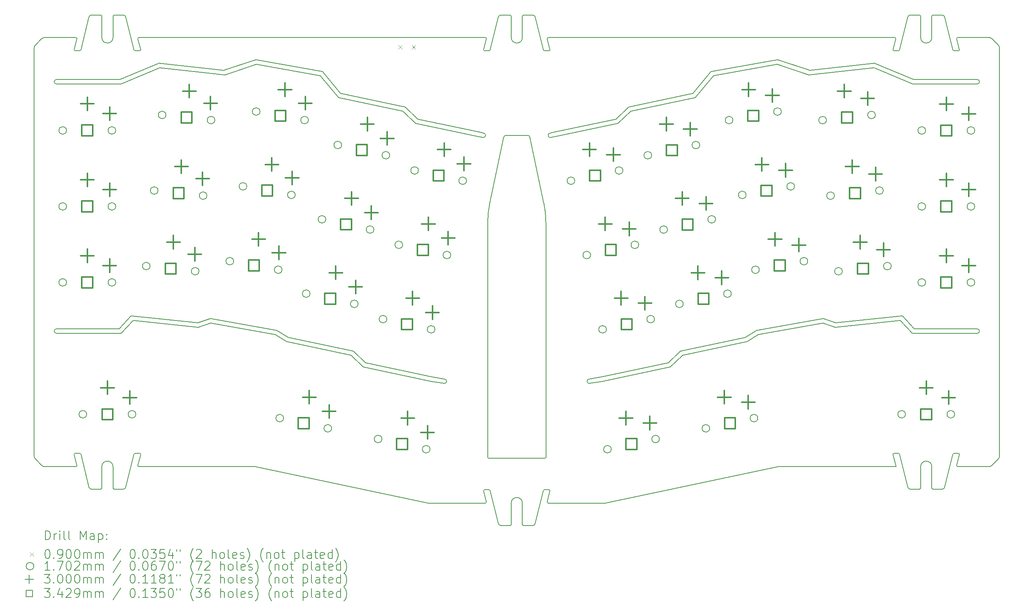
<source format=gbr>
%FSLAX45Y45*%
G04 Gerber Fmt 4.5, Leading zero omitted, Abs format (unit mm)*
G04 Created by KiCad (PCBNEW (6.0.4-0)) date 2022-11-11 23:09:15*
%MOMM*%
%LPD*%
G01*
G04 APERTURE LIST*
%TA.AperFunction,Profile*%
%ADD10C,0.150000*%
%TD*%
%ADD11C,0.200000*%
%ADD12C,0.090000*%
%ADD13C,0.170180*%
%ADD14C,0.300000*%
%ADD15C,0.342900*%
G04 APERTURE END LIST*
D10*
X23355500Y-4989336D02*
X23355500Y-4514336D01*
X18306626Y-6337484D02*
G75*
G03*
X18317892Y-6330656I-4166J19584D01*
G01*
X24187519Y-4989331D02*
G75*
G03*
X24163266Y-5020399I11J-25009D01*
G01*
X16309990Y-15408656D02*
G75*
G03*
X16330781Y-15406471I0J100016D01*
G01*
X10885396Y-12360630D02*
G75*
G03*
X10895131Y-12365809I13895J14380D01*
G01*
X4799539Y-4489338D02*
G75*
G03*
X4751032Y-4527209I1J-50002D01*
G01*
X20860547Y-5722006D02*
X20158933Y-5490909D01*
X22805500Y-14594700D02*
X22738266Y-14325763D01*
X13560260Y-7227638D02*
G75*
G03*
X13581051Y-7129824I10390J48908D01*
G01*
X24949789Y-5018626D02*
G75*
G03*
X24879079Y-4989336I-70709J-70704D01*
G01*
X13578266Y-5258273D02*
X13637734Y-5020399D01*
X24222734Y-14325763D02*
G75*
G03*
X24198481Y-14294700I-24254J6063D01*
G01*
X5035500Y-15069700D02*
X5035500Y-14594700D01*
X14320500Y-7178731D02*
X14563129Y-7178731D01*
X13602519Y-15108656D02*
X13700981Y-15108656D01*
X13613481Y-15408662D02*
G75*
G03*
X13637734Y-15377593I-1J25002D01*
G01*
X4565234Y-14313637D02*
G75*
G03*
X4540981Y-14294700I-24254J-6063D01*
G01*
X23184460Y-6030176D02*
X24620500Y-6030176D01*
X7470797Y-11280888D02*
X8941143Y-11540150D01*
X13462445Y-7206848D02*
X12055278Y-6907745D01*
X3520500Y-5230757D02*
X3520500Y-14353279D01*
X21454211Y-11370924D02*
G75*
G03*
X21462496Y-11371797I6189J18974D01*
G01*
X5521461Y-15094701D02*
G75*
G03*
X5569968Y-15056827I-1J50001D01*
G01*
X3549789Y-14423989D02*
X3691211Y-14565411D01*
X23630500Y-15094700D02*
X23841461Y-15094700D01*
X15080740Y-7227639D02*
X15178555Y-7206848D01*
X16809788Y-6556524D02*
X16546614Y-6810716D01*
X23605500Y-14594700D02*
G75*
G03*
X23355500Y-14594700I-125000J0D01*
G01*
X19728596Y-11637963D02*
X19467541Y-11794284D01*
X14445500Y-15408656D02*
X14445500Y-15883656D01*
X9173458Y-11794285D02*
G75*
G03*
X9179575Y-11796688I10272J17165D01*
G01*
X5902734Y-14325763D02*
G75*
G03*
X5878481Y-14294700I-24254J6063D01*
G01*
X23206644Y-11503642D02*
G75*
G03*
X23221431Y-11510176I14786J13462D01*
G01*
X13725236Y-15127592D02*
G75*
G03*
X13700981Y-15108656I-24257J-6068D01*
G01*
X18727029Y-5842518D02*
G75*
G03*
X18715078Y-5849484I3491J-19722D01*
G01*
X14170500Y-4489336D02*
X13959539Y-4489336D01*
X23841461Y-4489336D02*
X23630500Y-4489336D01*
X14729970Y-4527209D02*
G75*
G03*
X14681461Y-4489336I-48510J-12131D01*
G01*
X5878481Y-5289342D02*
G75*
G03*
X5902734Y-5258273I-1J25002D01*
G01*
X13560259Y-7227639D02*
X13462445Y-7206848D01*
X13670500Y-10908656D02*
X13670500Y-9118865D01*
X5463756Y-11610176D02*
X4020500Y-11610176D01*
X5569970Y-4527209D02*
G75*
G03*
X5521461Y-4489336I-48510J-12131D01*
G01*
X4751032Y-4527209D02*
X4565234Y-5270399D01*
X24100019Y-14294699D02*
G75*
G03*
X24075766Y-14313637I1J-25001D01*
G01*
X13637738Y-5020400D02*
G75*
G03*
X13613481Y-4989336I-24259J6060D01*
G01*
X13725234Y-15127593D02*
X13911032Y-15870783D01*
X22951539Y-11223492D02*
G75*
G03*
X22934662Y-11217066I-14789J-13468D01*
G01*
X5285500Y-4514336D02*
X5285500Y-4989336D01*
X12691125Y-12731864D02*
X12401910Y-12686056D01*
X10612485Y-12101262D02*
X9179575Y-11796688D01*
X11772632Y-6643199D02*
X10334374Y-6337487D01*
X4418271Y-5258274D02*
G75*
G03*
X4442519Y-5289336I24249J-6066D01*
G01*
X24620500Y-11610176D02*
X23177244Y-11610176D01*
X14470500Y-4489340D02*
G75*
G03*
X14445500Y-4514336I0J-25000D01*
G01*
X11782367Y-6648378D02*
G75*
G03*
X11772632Y-6643199I-13897J-14382D01*
G01*
X5902734Y-14325763D02*
X5843266Y-14563637D01*
X15157764Y-7109033D02*
X15059949Y-7129824D01*
X5755769Y-5270398D02*
G75*
G03*
X5780019Y-5289336I24251J6058D01*
G01*
X14915766Y-5270399D02*
X14729968Y-4527209D01*
X5463756Y-11610175D02*
G75*
G03*
X5478544Y-11603642I4J19995D01*
G01*
X14445500Y-4514336D02*
X14445500Y-4989336D01*
X12331010Y-15408656D02*
X13613481Y-15408656D01*
X21443488Y-11472601D02*
G75*
G03*
X21451772Y-11473475I6192J19001D01*
G01*
X5569968Y-15056827D02*
X5755766Y-14313637D01*
X6312727Y-5672546D02*
X5464280Y-6028618D01*
X4751033Y-15056826D02*
G75*
G03*
X4799539Y-15094700I48507J12127D01*
G01*
X13613481Y-4989336D02*
X5867519Y-4989336D01*
X14970500Y-9118392D02*
G75*
G03*
X14926989Y-8703483I-2000000J2D01*
G01*
X10389287Y-6246925D02*
X11821476Y-6551347D01*
X3520501Y-14353279D02*
G75*
G03*
X3549789Y-14423989I99999J-1D01*
G01*
X19430458Y-11699932D02*
X19693055Y-11542687D01*
X22328273Y-5672546D02*
X23176720Y-6028618D01*
X5035500Y-4989336D02*
X5035500Y-4514336D01*
X15934231Y-12633095D02*
G75*
G03*
X15949875Y-12731864I7819J-49385D01*
G01*
X17745870Y-12365810D02*
G75*
G03*
X17755606Y-12360631I-4170J19580D01*
G01*
X8489467Y-5593757D02*
X7791349Y-5823702D01*
X21179870Y-11281567D02*
G75*
G03*
X21170203Y-11280888I-6190J-18983D01*
G01*
X20857999Y-5824596D02*
X22318443Y-5671097D01*
X22762519Y-14294700D02*
X22860981Y-14294700D01*
X9913971Y-5842520D02*
X8499196Y-5593057D01*
X5310500Y-4489340D02*
G75*
G03*
X5285500Y-4514336I0J-25000D01*
G01*
X5035504Y-4514336D02*
G75*
G03*
X5010500Y-4489336I-25004J-4D01*
G01*
X24879079Y-4989336D02*
X24187519Y-4989336D01*
X19735398Y-11635425D02*
G75*
G03*
X19728596Y-11637963I3473J-19695D01*
G01*
X7772105Y-5722898D02*
G75*
G03*
X7780453Y-5722006I2095J19888D01*
G01*
X14681461Y-4489336D02*
X14470500Y-4489336D01*
X23841461Y-15094701D02*
G75*
G03*
X23889968Y-15056827I-1J50001D01*
G01*
X5780019Y-14294699D02*
G75*
G03*
X5755766Y-14313637I1J-25001D01*
G01*
X14195500Y-4989336D02*
X14195500Y-4514336D01*
X5285500Y-14594700D02*
X5285500Y-15069700D01*
X23162456Y-11603642D02*
X22911670Y-11328232D01*
X5729330Y-11328232D02*
X5478544Y-11603642D01*
X5867519Y-14594700D02*
X8480627Y-14594700D01*
X11831213Y-6556523D02*
G75*
G03*
X11821476Y-6551347I-13893J-14387D01*
G01*
X24620500Y-5930176D02*
X23204593Y-5930176D01*
X14970500Y-9118392D02*
X14970500Y-10908656D01*
X5285500Y-14594700D02*
G75*
G03*
X5035500Y-14594700I-125000J0D01*
G01*
X13670500Y-10908656D02*
X13670500Y-14388656D01*
X16819525Y-6551348D02*
G75*
G03*
X16809788Y-6556524I4166J-19582D01*
G01*
X15038481Y-5289332D02*
G75*
G03*
X15062734Y-5258273I9J24992D01*
G01*
X5456540Y-6030176D02*
G75*
G03*
X5464280Y-6028618I0J20006D01*
G01*
X18673371Y-5750442D02*
G75*
G03*
X18661419Y-5757403I3469J-19698D01*
G01*
X14445500Y-15408656D02*
G75*
G03*
X14195500Y-15408656I-125000J0D01*
G01*
X20149204Y-5490209D02*
X18673370Y-5750438D01*
X3549791Y-5160048D02*
G75*
G03*
X3520500Y-5230757I70709J-70712D01*
G01*
X25091209Y-14423988D02*
G75*
G03*
X25120500Y-14353279I-70699J70708D01*
G01*
X22860981Y-5289336D02*
X22762519Y-5289336D01*
X16330781Y-15406471D02*
X20139582Y-14596885D01*
X4453481Y-14594701D02*
G75*
G03*
X4477734Y-14563637I-1J25001D01*
G01*
X20158934Y-5490909D02*
G75*
G03*
X20149204Y-5490209I-6254J-18972D01*
G01*
X7186789Y-11370923D02*
X7461130Y-11281567D01*
X10885394Y-12360631D02*
X10622221Y-12106440D01*
X13690500Y-14408656D02*
X14950500Y-14408656D01*
X7189228Y-11473475D02*
G75*
G03*
X7197512Y-11472601I2092J19885D01*
G01*
X24187519Y-14594700D02*
X24879079Y-14594700D01*
X22860981Y-5289342D02*
G75*
G03*
X22885234Y-5270399I-11J25012D01*
G01*
X10671064Y-12014588D02*
G75*
G03*
X10661329Y-12009410I-13894J-14382D01*
G01*
X5010500Y-4489336D02*
X4799539Y-4489336D01*
X11831212Y-6556524D02*
X12094385Y-6810716D01*
X5878481Y-5289336D02*
X5780019Y-5289336D01*
X22762519Y-14294699D02*
G75*
G03*
X22738266Y-14325763I1J-25001D01*
G01*
X21462496Y-11371797D02*
X22934662Y-11217066D01*
X13911032Y-4527209D02*
X13725234Y-5270399D01*
X16221890Y-12587506D02*
X17697025Y-12273957D01*
X7470797Y-11280890D02*
G75*
G03*
X7461130Y-11281567I-3477J-19700D01*
G01*
X3691210Y-14565411D02*
G75*
G03*
X3761921Y-14594700I70710J70711D01*
G01*
X5035500Y-4989336D02*
G75*
G03*
X5285500Y-4989336I125000J0D01*
G01*
X10323109Y-6330656D02*
G75*
G03*
X10334374Y-6337487I15422J12726D01*
G01*
X7189228Y-11473475D02*
X5746209Y-11321808D01*
X24198481Y-5289336D02*
X24100019Y-5289336D01*
X10622223Y-12106437D02*
G75*
G03*
X10612485Y-12101262I-13893J-14393D01*
G01*
X14612041Y-7218359D02*
G75*
G03*
X14563129Y-7178731I-48911J-10371D01*
G01*
X8947945Y-11542687D02*
X9210543Y-11699932D01*
X9979581Y-5757403D02*
X10378021Y-6240094D01*
X20860547Y-5722006D02*
G75*
G03*
X20868895Y-5722900I6253J18956D01*
G01*
X10323108Y-6330656D02*
X9925922Y-5849484D01*
X21172643Y-11384384D02*
G75*
G03*
X21162976Y-11383705I-6193J-19006D01*
G01*
X25120500Y-14353279D02*
X25120500Y-5230757D01*
X23605500Y-15069700D02*
G75*
G03*
X23630500Y-15094700I25000J0D01*
G01*
X14078696Y-7178726D02*
G75*
G03*
X14029789Y-7218336I4J-50004D01*
G01*
X20151534Y-5593756D02*
G75*
G03*
X20141804Y-5593057I-6254J-18964D01*
G01*
X24163266Y-14563637D02*
G75*
G03*
X24187519Y-14594700I24254J-6063D01*
G01*
X10671065Y-12014588D02*
X10934238Y-12268779D01*
X5706338Y-11217065D02*
G75*
G03*
X5689460Y-11223491I-2088J-19895D01*
G01*
X4020500Y-11510184D02*
G75*
G03*
X4020500Y-11610176I0J-49996D01*
G01*
X15027519Y-4989331D02*
G75*
G03*
X15003266Y-5020399I11J-25009D01*
G01*
X22797726Y-5020397D02*
G75*
G03*
X22773481Y-4989336I-24247J6067D01*
G01*
X22911669Y-11328233D02*
G75*
G03*
X22894791Y-11321808I-14789J-13467D01*
G01*
X13714204Y-8703041D02*
G75*
G03*
X13670500Y-9118865I1956296J-415819D01*
G01*
X15038481Y-5289336D02*
X14940019Y-5289336D01*
X8501418Y-14596885D02*
G75*
G03*
X8480627Y-14594700I-20788J-97805D01*
G01*
X22738259Y-5258271D02*
G75*
G03*
X22762519Y-5289336I24261J-6059D01*
G01*
X17979672Y-12009410D02*
X19424341Y-11702336D01*
X22738266Y-5258273D02*
X22797734Y-5020399D01*
X10378018Y-6240097D02*
G75*
G03*
X10389287Y-6246925I15422J12737D01*
G01*
X23330500Y-15094700D02*
G75*
G03*
X23355500Y-15069700I0J25000D01*
G01*
X15062738Y-15139720D02*
G75*
G03*
X15038481Y-15108656I-24258J6061D01*
G01*
X16595458Y-6902567D02*
X16858632Y-6648376D01*
X13602519Y-15108660D02*
G75*
G03*
X13578266Y-15139719I1J-25000D01*
G01*
X12045541Y-6902567D02*
X11782368Y-6648376D01*
X5419569Y-11510176D02*
G75*
G03*
X5434356Y-11503642I2J19996D01*
G01*
X18661419Y-5757403D02*
X18262979Y-6240094D01*
X12401910Y-12686056D02*
X12400881Y-12685866D01*
X24163266Y-5020399D02*
X24222734Y-5258273D01*
X23196854Y-5928617D02*
G75*
G03*
X23204593Y-5930176I7736J18407D01*
G01*
X24198481Y-5289332D02*
G75*
G03*
X24222734Y-5258273I9J24992D01*
G01*
X8912404Y-11637963D02*
G75*
G03*
X8905603Y-11635425I-10274J-17157D01*
G01*
X15003266Y-5020399D02*
X15062734Y-5258273D01*
X22894791Y-11321808D02*
X21451772Y-11473475D01*
X14950500Y-14408650D02*
G75*
G03*
X14970500Y-14388656I10J19990D01*
G01*
X7468357Y-11384384D02*
X7197512Y-11472601D01*
X12094385Y-6810716D02*
G75*
G03*
X12104122Y-6815893I13895J14386D01*
G01*
X5780019Y-14294700D02*
X5878481Y-14294700D01*
X18251713Y-6246925D02*
X16819524Y-6551347D01*
X9210543Y-11699932D02*
G75*
G03*
X9216659Y-11702336I10277J17162D01*
G01*
X14195500Y-4989336D02*
G75*
G03*
X14445500Y-4989336I125000J0D01*
G01*
X22343325Y-5570413D02*
G75*
G03*
X22333494Y-5568965I-7745J-18477D01*
G01*
X3691211Y-5018625D02*
X3549789Y-5160047D01*
X24620500Y-11610184D02*
G75*
G03*
X24620500Y-11510176I0J50004D01*
G01*
X6307506Y-5568965D02*
X7772105Y-5722900D01*
X14320500Y-7178731D02*
X14078696Y-7178731D01*
X4540981Y-5289340D02*
G75*
G03*
X4565234Y-5270399I-1J25000D01*
G01*
X24075769Y-5270398D02*
G75*
G03*
X24100019Y-5289336I24251J6058D01*
G01*
X24620500Y-6030184D02*
G75*
G03*
X24620500Y-5930176I0J50004D01*
G01*
X9979581Y-5757402D02*
G75*
G03*
X9967630Y-5750438I-15421J-12728D01*
G01*
X5843266Y-5020399D02*
X5902734Y-5258273D01*
X14940019Y-15108656D02*
X15038481Y-15108656D01*
X22333494Y-5568965D02*
X20868895Y-5722900D01*
X12104122Y-6815893D02*
X13483236Y-7109033D01*
X8499196Y-5593058D02*
G75*
G03*
X8489467Y-5593757I-3476J-19692D01*
G01*
X23889963Y-4527211D02*
G75*
G03*
X23841461Y-4489336I-48503J-12120D01*
G01*
X16868368Y-6643199D02*
X18306626Y-6337487D01*
X16868368Y-6643196D02*
G75*
G03*
X16858632Y-6648376I4152J-19544D01*
G01*
X23630500Y-4489330D02*
G75*
G03*
X23605500Y-4514336I10J-25010D01*
G01*
X25091211Y-5160047D02*
X24949789Y-5018625D01*
X4477734Y-14563637D02*
X4418266Y-14325763D01*
X17706762Y-12268779D02*
X17969935Y-12014588D01*
X14729968Y-15870783D02*
X14915766Y-15127593D01*
X23605500Y-14594700D02*
X23605500Y-15069700D01*
X16536878Y-6815893D02*
G75*
G03*
X16546614Y-6810716I-4158J19563D01*
G01*
X23221431Y-11510176D02*
X24620500Y-11510176D01*
X12045542Y-6902566D02*
G75*
G03*
X12055278Y-6907745I13898J14387D01*
G01*
X14470500Y-15908656D02*
X14681461Y-15908656D01*
X23605500Y-4514336D02*
X23605500Y-4989336D01*
X19461425Y-11796688D02*
X18028516Y-12101262D01*
X4799539Y-15094700D02*
X5010500Y-15094700D01*
X22773481Y-4989336D02*
X15027519Y-4989336D01*
X23330500Y-4489336D02*
X23119539Y-4489336D01*
X9925924Y-5849482D02*
G75*
G03*
X9913971Y-5842520I-15424J-12738D01*
G01*
X18317892Y-6330656D02*
X18715078Y-5849484D01*
X19699857Y-11540150D02*
X21170203Y-11280888D01*
X15027519Y-15408656D02*
X16309990Y-15408656D01*
X5434356Y-11503642D02*
X5689460Y-11223491D01*
X18018779Y-12106440D02*
X17755606Y-12360631D01*
X10943975Y-12273957D02*
X12419110Y-12587506D01*
X8491796Y-5490209D02*
X9967630Y-5750438D01*
X16585723Y-6907747D02*
G75*
G03*
X16595458Y-6902567I-4153J19547D01*
G01*
X24879079Y-14594699D02*
G75*
G03*
X24949789Y-14565411I1J99999D01*
G01*
X4442519Y-14294699D02*
G75*
G03*
X4418266Y-14325763I1J-25001D01*
G01*
X12691125Y-12731864D02*
G75*
G03*
X12706769Y-12633095I7825J49384D01*
G01*
X13637734Y-15377593D02*
X13578266Y-15139719D01*
X4020500Y-5930184D02*
G75*
G03*
X4020500Y-6030176I0J-49996D01*
G01*
X18727029Y-5842520D02*
X20141804Y-5593057D01*
X13959539Y-4489338D02*
G75*
G03*
X13911032Y-4527209I1J-50002D01*
G01*
X22885234Y-14313637D02*
X23071032Y-15056827D01*
X4540981Y-5289336D02*
X4442519Y-5289336D01*
X12400881Y-12685866D02*
X10895131Y-12365809D01*
X7783001Y-5824596D02*
X6322557Y-5671097D01*
X14170500Y-15908660D02*
G75*
G03*
X14195500Y-15883656I0J25000D01*
G01*
X21162976Y-11383705D02*
X19735398Y-11635425D01*
X24222734Y-14325763D02*
X24163266Y-14563637D01*
X4020500Y-5930176D02*
X5436407Y-5930176D01*
X5010500Y-15094700D02*
G75*
G03*
X5035500Y-15069700I0J25000D01*
G01*
X15059949Y-7129823D02*
G75*
G03*
X15080740Y-7227639I10401J-48907D01*
G01*
X23889968Y-15056827D02*
X24075766Y-14313637D01*
X3761921Y-4989338D02*
G75*
G03*
X3691211Y-5018625I-1J-100002D01*
G01*
X15003271Y-15377594D02*
G75*
G03*
X15027519Y-15408656I24249J-6066D01*
G01*
X12419110Y-12587506D02*
X12420140Y-12587697D01*
X16220860Y-12587697D02*
X16221890Y-12587506D01*
X13700981Y-5289340D02*
G75*
G03*
X13725234Y-5270399I-1J25000D01*
G01*
X17697026Y-12273959D02*
G75*
G03*
X17706762Y-12268779I-4176J19589D01*
G01*
X14445504Y-15883656D02*
G75*
G03*
X14470500Y-15908656I24996J-4D01*
G01*
X20849651Y-5823702D02*
G75*
G03*
X20857999Y-5824596I6259J19012D01*
G01*
X22951540Y-11223491D02*
X23206644Y-11503642D01*
X19699858Y-11540151D02*
G75*
G03*
X19693055Y-11542687I3462J-19679D01*
G01*
X5706338Y-11217066D02*
X7178504Y-11371797D01*
X14915769Y-5270398D02*
G75*
G03*
X14940019Y-5289336I24251J6058D01*
G01*
X5746209Y-11321807D02*
G75*
G03*
X5729330Y-11328232I-2089J-19893D01*
G01*
X22885234Y-14313637D02*
G75*
G03*
X22860981Y-14294700I-24254J-6063D01*
G01*
X8947944Y-11542687D02*
G75*
G03*
X8941143Y-11540150I-10274J-17153D01*
G01*
X16240119Y-12685866D02*
X16239090Y-12686056D01*
X16536878Y-6815893D02*
X15157764Y-7109033D01*
X22328273Y-5672545D02*
G75*
G03*
X22318443Y-5671097I-7743J-18475D01*
G01*
X8905603Y-11635425D02*
X7478024Y-11383705D01*
X23119539Y-4489328D02*
G75*
G03*
X23071032Y-4527209I11J-50012D01*
G01*
X5755766Y-5270399D02*
X5569968Y-4527209D01*
X23355500Y-4989336D02*
G75*
G03*
X23605500Y-4989336I125000J0D01*
G01*
X13670504Y-14388656D02*
G75*
G03*
X13690500Y-14408656I19996J-4D01*
G01*
X23176721Y-6028618D02*
G75*
G03*
X23184460Y-6030176I7739J18438D01*
G01*
X4418266Y-5258273D02*
X4477734Y-5020399D01*
X23355494Y-4514336D02*
G75*
G03*
X23330500Y-4489336I-24994J6D01*
G01*
X23119539Y-15094700D02*
X23330500Y-15094700D01*
X8501418Y-14596885D02*
X12310219Y-15406471D01*
X14681461Y-15908658D02*
G75*
G03*
X14729968Y-15870783I9J49988D01*
G01*
X18251713Y-6246926D02*
G75*
G03*
X18262979Y-6240094I-4173J19586D01*
G01*
X14195500Y-15883656D02*
X14195500Y-15408656D01*
X21443488Y-11472601D02*
X21172643Y-11384384D01*
X25120498Y-5230757D02*
G75*
G03*
X25091211Y-5160047I-99988J7D01*
G01*
X13911036Y-15870782D02*
G75*
G03*
X13959539Y-15908656I48504J12122D01*
G01*
X14612041Y-7218359D02*
X14926989Y-8703483D01*
X5867519Y-4989340D02*
G75*
G03*
X5843266Y-5020399I1J-25000D01*
G01*
X5285500Y-15069700D02*
G75*
G03*
X5310500Y-15094700I25000J0D01*
G01*
X23196854Y-5928618D02*
X22343324Y-5570413D01*
X15062734Y-15139719D02*
X15003266Y-15377593D01*
X4477739Y-5020400D02*
G75*
G03*
X4453481Y-4989336I-24259J6060D01*
G01*
X14970500Y-14388656D02*
X14970500Y-10908656D01*
X17979672Y-12009412D02*
G75*
G03*
X17969935Y-12014588I4148J-19548D01*
G01*
X23162457Y-11603641D02*
G75*
G03*
X23177244Y-11610176I14783J13451D01*
G01*
X9173459Y-11794284D02*
X8912404Y-11637963D01*
X16239090Y-12686056D02*
X15949875Y-12731864D01*
X24949789Y-14565411D02*
X25091211Y-14423989D01*
X9216659Y-11702336D02*
X10661329Y-12009410D01*
X23071033Y-15056826D02*
G75*
G03*
X23119539Y-15094700I48507J12127D01*
G01*
X20160373Y-14594700D02*
X22805500Y-14594700D01*
X8491796Y-5490211D02*
G75*
G03*
X8482067Y-5490909I-3476J-19699D01*
G01*
X13959539Y-15908656D02*
X14170500Y-15908656D01*
X4020500Y-11510176D02*
X5419569Y-11510176D01*
X15934231Y-12633095D02*
X16220860Y-12587697D01*
X7478024Y-11383705D02*
G75*
G03*
X7468357Y-11384384I-3474J-19695D01*
G01*
X24075766Y-5270399D02*
X23889968Y-4527209D01*
X5843266Y-14563637D02*
G75*
G03*
X5867519Y-14594700I24254J-6063D01*
G01*
X19461425Y-11796689D02*
G75*
G03*
X19467541Y-11794284I-4185J19619D01*
G01*
X14940019Y-15108649D02*
G75*
G03*
X14915766Y-15127593I11J-25011D01*
G01*
X6307506Y-5568963D02*
G75*
G03*
X6297676Y-5570413I-2086J-19898D01*
G01*
X12310219Y-15406471D02*
G75*
G03*
X12331010Y-15408656I20791J97821D01*
G01*
X13700981Y-5289336D02*
X13602519Y-5289336D01*
X3761921Y-14594700D02*
X4453481Y-14594700D01*
X12420140Y-12587697D02*
X12706769Y-12633095D01*
X15178555Y-7206848D02*
X16585722Y-6907745D01*
X14029789Y-7218336D02*
X13714205Y-8703041D01*
X5436407Y-5930174D02*
G75*
G03*
X5444146Y-5928618I3J20005D01*
G01*
X23071032Y-4527209D02*
X22885234Y-5270399D01*
X7780453Y-5722006D02*
X8482067Y-5490909D01*
X5521461Y-4489336D02*
X5310500Y-4489336D01*
X7783001Y-5824597D02*
G75*
G03*
X7791349Y-5823702I2089J19897D01*
G01*
X19424341Y-11702336D02*
G75*
G03*
X19430458Y-11699932I-4151J19546D01*
G01*
X20151534Y-5593757D02*
X20849651Y-5823702D01*
X4565234Y-14313637D02*
X4751032Y-15056827D01*
X4453481Y-4989336D02*
X3761921Y-4989336D01*
X13578271Y-5258274D02*
G75*
G03*
X13602519Y-5289336I24249J-6066D01*
G01*
X5456540Y-6030176D02*
X4020500Y-6030176D01*
X14195504Y-4514336D02*
G75*
G03*
X14170500Y-4489336I-25004J-4D01*
G01*
X18028515Y-12101261D02*
G75*
G03*
X18018779Y-12106440I4185J-19609D01*
G01*
X7178504Y-11371799D02*
G75*
G03*
X7186789Y-11370923I2086J19889D01*
G01*
X13483236Y-7109033D02*
X13581051Y-7129824D01*
X24100019Y-14294700D02*
X24198481Y-14294700D01*
X20160373Y-14594699D02*
G75*
G03*
X20139582Y-14596885I7J-100031D01*
G01*
X10934237Y-12268781D02*
G75*
G03*
X10943975Y-12273957I13893J14391D01*
G01*
X5444146Y-5928618D02*
X6297676Y-5570413D01*
X23355500Y-15069700D02*
X23355500Y-14594700D01*
X6322557Y-5671096D02*
G75*
G03*
X6312727Y-5672546I-2087J-19894D01*
G01*
X4442519Y-14294700D02*
X4540981Y-14294700D01*
X17745870Y-12365809D02*
X16240119Y-12685866D01*
X21179870Y-11281567D02*
X21454211Y-11370923D01*
X5310500Y-15094700D02*
X5521461Y-15094700D01*
D11*
D12*
X11667203Y-5158341D02*
X11757203Y-5248341D01*
X11757203Y-5158341D02*
X11667203Y-5248341D01*
X11967203Y-5158341D02*
X12057203Y-5248341D01*
X12057203Y-5158341D02*
X11967203Y-5248341D01*
D13*
X4245756Y-7070259D02*
G75*
G03*
X4245756Y-7070259I-85090J0D01*
G01*
X4245756Y-10470259D02*
G75*
G03*
X4245756Y-10470259I-85090J0D01*
G01*
X4245756Y-8770259D02*
G75*
G03*
X4245756Y-8770259I-85090J0D01*
G01*
X4696156Y-13420959D02*
G75*
G03*
X4696156Y-13420959I-85090J0D01*
G01*
X5345756Y-7070259D02*
G75*
G03*
X5345756Y-7070259I-85090J0D01*
G01*
X5345756Y-10470259D02*
G75*
G03*
X5345756Y-10470259I-85090J0D01*
G01*
X5345756Y-8770259D02*
G75*
G03*
X5345756Y-8770259I-85090J0D01*
G01*
X5796156Y-13420959D02*
G75*
G03*
X5796156Y-13420959I-85090J0D01*
G01*
X6115150Y-10104814D02*
G75*
G03*
X6115150Y-10104814I-85090J0D01*
G01*
X6292849Y-8414127D02*
G75*
G03*
X6292849Y-8414127I-85090J0D01*
G01*
X6470548Y-6723440D02*
G75*
G03*
X6470548Y-6723440I-85090J0D01*
G01*
X7209124Y-10219795D02*
G75*
G03*
X7209124Y-10219795I-85090J0D01*
G01*
X7386823Y-8529108D02*
G75*
G03*
X7386823Y-8529108I-85090J0D01*
G01*
X7564522Y-6838421D02*
G75*
G03*
X7564522Y-6838421I-85090J0D01*
G01*
X7983202Y-9995350D02*
G75*
G03*
X7983202Y-9995350I-85090J0D01*
G01*
X8278404Y-8321176D02*
G75*
G03*
X8278404Y-8321176I-85090J0D01*
G01*
X8573606Y-6647003D02*
G75*
G03*
X8573606Y-6647003I-85090J0D01*
G01*
X9066490Y-10186363D02*
G75*
G03*
X9066490Y-10186363I-85090J0D01*
G01*
X9100655Y-13506868D02*
G75*
G03*
X9100655Y-13506868I-85090J0D01*
G01*
X9361693Y-8512189D02*
G75*
G03*
X9361693Y-8512189I-85090J0D01*
G01*
X9656895Y-6838016D02*
G75*
G03*
X9656895Y-6838016I-85090J0D01*
G01*
X9692955Y-10721667D02*
G75*
G03*
X9692955Y-10721667I-85090J0D01*
G01*
X10046404Y-9058817D02*
G75*
G03*
X10046404Y-9058817I-85090J0D01*
G01*
X10176618Y-13735571D02*
G75*
G03*
X10176618Y-13735571I-85090J0D01*
G01*
X10399855Y-7395966D02*
G75*
G03*
X10399855Y-7395966I-85090J0D01*
G01*
X10768918Y-10950370D02*
G75*
G03*
X10768918Y-10950370I-85090J0D01*
G01*
X11122367Y-9287519D02*
G75*
G03*
X11122367Y-9287519I-85090J0D01*
G01*
X11301755Y-13974367D02*
G75*
G03*
X11301755Y-13974367I-85090J0D01*
G01*
X11411755Y-11291867D02*
G75*
G03*
X11411755Y-11291867I-85090J0D01*
G01*
X11475817Y-7624669D02*
G75*
G03*
X11475817Y-7624669I-85090J0D01*
G01*
X11765204Y-9629016D02*
G75*
G03*
X11765204Y-9629016I-85090J0D01*
G01*
X12118655Y-7966166D02*
G75*
G03*
X12118655Y-7966166I-85090J0D01*
G01*
X12377717Y-14203070D02*
G75*
G03*
X12377717Y-14203070I-85090J0D01*
G01*
X12487718Y-11520570D02*
G75*
G03*
X12487718Y-11520570I-85090J0D01*
G01*
X12841167Y-9857719D02*
G75*
G03*
X12841167Y-9857719I-85090J0D01*
G01*
X13194617Y-8194869D02*
G75*
G03*
X13194617Y-8194869I-85090J0D01*
G01*
X15617042Y-8195356D02*
G75*
G03*
X15617042Y-8195356I-85090J0D01*
G01*
X15970492Y-9858207D02*
G75*
G03*
X15970492Y-9858207I-85090J0D01*
G01*
X16323942Y-11521058D02*
G75*
G03*
X16323942Y-11521058I-85090J0D01*
G01*
X16433742Y-14203458D02*
G75*
G03*
X16433742Y-14203458I-85090J0D01*
G01*
X16693005Y-7966654D02*
G75*
G03*
X16693005Y-7966654I-85090J0D01*
G01*
X17046455Y-9629504D02*
G75*
G03*
X17046455Y-9629504I-85090J0D01*
G01*
X17336342Y-7625556D02*
G75*
G03*
X17336342Y-7625556I-85090J0D01*
G01*
X17399904Y-11292355D02*
G75*
G03*
X17399904Y-11292355I-85090J0D01*
G01*
X17509705Y-13974756D02*
G75*
G03*
X17509705Y-13974756I-85090J0D01*
G01*
X17689792Y-9288407D02*
G75*
G03*
X17689792Y-9288407I-85090J0D01*
G01*
X18043242Y-10951258D02*
G75*
G03*
X18043242Y-10951258I-85090J0D01*
G01*
X18412305Y-7396853D02*
G75*
G03*
X18412305Y-7396853I-85090J0D01*
G01*
X18635142Y-13735658D02*
G75*
G03*
X18635142Y-13735658I-85090J0D01*
G01*
X18765755Y-9059705D02*
G75*
G03*
X18765755Y-9059705I-85090J0D01*
G01*
X19119205Y-10722556D02*
G75*
G03*
X19119205Y-10722556I-85090J0D01*
G01*
X19154726Y-6838968D02*
G75*
G03*
X19154726Y-6838968I-85090J0D01*
G01*
X19449927Y-8513141D02*
G75*
G03*
X19449927Y-8513141I-85090J0D01*
G01*
X19711104Y-13506955D02*
G75*
G03*
X19711104Y-13506955I-85090J0D01*
G01*
X19745129Y-10187315D02*
G75*
G03*
X19745129Y-10187315I-85090J0D01*
G01*
X20238014Y-6647955D02*
G75*
G03*
X20238014Y-6647955I-85090J0D01*
G01*
X20533216Y-8322128D02*
G75*
G03*
X20533216Y-8322128I-85090J0D01*
G01*
X20828418Y-9996302D02*
G75*
G03*
X20828418Y-9996302I-85090J0D01*
G01*
X21247401Y-6839308D02*
G75*
G03*
X21247401Y-6839308I-85090J0D01*
G01*
X21425099Y-8529995D02*
G75*
G03*
X21425099Y-8529995I-85090J0D01*
G01*
X21602797Y-10220682D02*
G75*
G03*
X21602797Y-10220682I-85090J0D01*
G01*
X22341375Y-6724326D02*
G75*
G03*
X22341375Y-6724326I-85090J0D01*
G01*
X22519073Y-8415014D02*
G75*
G03*
X22519073Y-8415014I-85090J0D01*
G01*
X22696771Y-10105700D02*
G75*
G03*
X22696771Y-10105700I-85090J0D01*
G01*
X23015656Y-13421159D02*
G75*
G03*
X23015656Y-13421159I-85090J0D01*
G01*
X23465856Y-10471059D02*
G75*
G03*
X23465856Y-10471059I-85090J0D01*
G01*
X23465856Y-7071059D02*
G75*
G03*
X23465856Y-7071059I-85090J0D01*
G01*
X23465856Y-8771059D02*
G75*
G03*
X23465856Y-8771059I-85090J0D01*
G01*
X24115656Y-13421159D02*
G75*
G03*
X24115656Y-13421159I-85090J0D01*
G01*
X24565856Y-10471059D02*
G75*
G03*
X24565856Y-10471059I-85090J0D01*
G01*
X24565856Y-7071059D02*
G75*
G03*
X24565856Y-7071059I-85090J0D01*
G01*
X24565856Y-8771059D02*
G75*
G03*
X24565856Y-8771059I-85090J0D01*
G01*
D14*
X4710666Y-6325259D02*
X4710666Y-6625259D01*
X4560666Y-6475259D02*
X4860666Y-6475259D01*
X4710666Y-9725259D02*
X4710666Y-10025259D01*
X4560666Y-9875259D02*
X4860666Y-9875259D01*
X4710666Y-8025259D02*
X4710666Y-8325259D01*
X4560666Y-8175259D02*
X4860666Y-8175259D01*
X5161066Y-12675959D02*
X5161066Y-12975959D01*
X5011066Y-12825959D02*
X5311066Y-12825959D01*
X5210666Y-6545259D02*
X5210666Y-6845259D01*
X5060666Y-6695259D02*
X5360666Y-6695259D01*
X5210666Y-9945259D02*
X5210666Y-10245259D01*
X5060666Y-10095259D02*
X5360666Y-10095259D01*
X5210666Y-8245259D02*
X5210666Y-8545259D01*
X5060666Y-8395259D02*
X5360666Y-8395259D01*
X5661066Y-12895959D02*
X5661066Y-13195959D01*
X5511066Y-13045959D02*
X5811066Y-13045959D01*
X6639242Y-9420564D02*
X6639242Y-9720564D01*
X6489242Y-9570564D02*
X6789242Y-9570564D01*
X6816941Y-7729877D02*
X6816941Y-8029877D01*
X6666941Y-7879877D02*
X6966941Y-7879877D01*
X6994639Y-6039190D02*
X6994639Y-6339190D01*
X6844639Y-6189190D02*
X7144639Y-6189190D01*
X7113506Y-9691623D02*
X7113506Y-9991623D01*
X6963506Y-9841623D02*
X7263506Y-9841623D01*
X7291206Y-8000936D02*
X7291206Y-8300936D01*
X7141206Y-8150936D02*
X7441206Y-8150936D01*
X7468904Y-6310249D02*
X7468904Y-6610249D01*
X7318904Y-6460249D02*
X7618904Y-6460249D01*
X8543077Y-9354896D02*
X8543077Y-9654896D01*
X8393077Y-9504896D02*
X8693077Y-9504896D01*
X8838279Y-7680722D02*
X8838279Y-7980722D01*
X8688279Y-7830722D02*
X8988279Y-7830722D01*
X8997278Y-9658378D02*
X8997278Y-9958378D01*
X8847278Y-9808378D02*
X9147278Y-9808378D01*
X9133481Y-6006548D02*
X9133481Y-6306548D01*
X8983481Y-6156548D02*
X9283481Y-6156548D01*
X9292480Y-7984204D02*
X9292480Y-8284204D01*
X9142480Y-8134204D02*
X9442480Y-8134204D01*
X9587682Y-6310030D02*
X9587682Y-6610030D01*
X9437682Y-6460030D02*
X9737682Y-6460030D01*
X9677254Y-12889222D02*
X9677254Y-13189222D01*
X9527254Y-13039222D02*
X9827254Y-13039222D01*
X10120587Y-13208370D02*
X10120587Y-13508370D01*
X9970587Y-13358370D02*
X10270587Y-13358370D01*
X10269554Y-10104021D02*
X10269554Y-10404021D01*
X10119554Y-10254021D02*
X10419554Y-10254021D01*
X10623003Y-8441170D02*
X10623003Y-8741170D01*
X10473003Y-8591170D02*
X10773003Y-8591170D01*
X10712887Y-10423169D02*
X10712887Y-10723169D01*
X10562887Y-10573169D02*
X10862887Y-10573169D01*
X10976454Y-6778320D02*
X10976454Y-7078320D01*
X10826454Y-6928320D02*
X11126454Y-6928320D01*
X11066336Y-8760318D02*
X11066336Y-9060318D01*
X10916336Y-8910318D02*
X11216336Y-8910318D01*
X11419787Y-7097468D02*
X11419787Y-7397468D01*
X11269787Y-7247468D02*
X11569787Y-7247468D01*
X11878354Y-13356721D02*
X11878354Y-13656721D01*
X11728354Y-13506721D02*
X12028354Y-13506721D01*
X11988354Y-10674221D02*
X11988354Y-10974221D01*
X11838354Y-10824221D02*
X12138354Y-10824221D01*
X12321687Y-13675869D02*
X12321687Y-13975869D01*
X12171687Y-13825869D02*
X12471687Y-13825869D01*
X12341803Y-9011370D02*
X12341803Y-9311370D01*
X12191803Y-9161370D02*
X12491803Y-9161370D01*
X12431687Y-10993369D02*
X12431687Y-11293369D01*
X12281687Y-11143369D02*
X12581687Y-11143369D01*
X12695254Y-7348519D02*
X12695254Y-7648519D01*
X12545254Y-7498519D02*
X12845254Y-7498519D01*
X12785136Y-9330518D02*
X12785136Y-9630518D01*
X12635136Y-9480518D02*
X12935136Y-9480518D01*
X13138587Y-7667668D02*
X13138587Y-7967668D01*
X12988587Y-7817668D02*
X13288587Y-7817668D01*
X15946226Y-7349007D02*
X15946226Y-7649007D01*
X15796226Y-7499007D02*
X16096226Y-7499007D01*
X16299676Y-9011858D02*
X16299676Y-9311858D01*
X16149676Y-9161858D02*
X16449676Y-9161858D01*
X16481040Y-7460244D02*
X16481040Y-7760244D01*
X16331040Y-7610244D02*
X16631040Y-7610244D01*
X16653126Y-10674709D02*
X16653126Y-10974709D01*
X16503126Y-10824709D02*
X16803126Y-10824709D01*
X16762926Y-13357109D02*
X16762926Y-13657109D01*
X16612926Y-13507109D02*
X16912926Y-13507109D01*
X16834490Y-9123095D02*
X16834490Y-9423095D01*
X16684490Y-9273095D02*
X16984490Y-9273095D01*
X17187940Y-10785946D02*
X17187940Y-11085946D01*
X17037940Y-10935946D02*
X17337940Y-10935946D01*
X17297740Y-13468346D02*
X17297740Y-13768346D01*
X17147740Y-13618346D02*
X17447740Y-13618346D01*
X17665526Y-6779207D02*
X17665526Y-7079207D01*
X17515526Y-6929207D02*
X17815526Y-6929207D01*
X18018976Y-8442058D02*
X18018976Y-8742058D01*
X17868976Y-8592058D02*
X18168976Y-8592058D01*
X18200340Y-6890444D02*
X18200340Y-7190444D01*
X18050340Y-7040444D02*
X18350340Y-7040444D01*
X18372426Y-10104909D02*
X18372426Y-10404909D01*
X18222426Y-10254909D02*
X18522426Y-10254909D01*
X18553790Y-8553295D02*
X18553790Y-8853295D01*
X18403790Y-8703295D02*
X18703790Y-8703295D01*
X18907240Y-10216146D02*
X18907240Y-10516146D01*
X18757240Y-10366146D02*
X19057240Y-10366146D01*
X18964326Y-12889309D02*
X18964326Y-13189309D01*
X18814326Y-13039309D02*
X19114326Y-13039309D01*
X19499140Y-13000546D02*
X19499140Y-13300546D01*
X19349140Y-13150546D02*
X19649140Y-13150546D01*
X19507959Y-6007501D02*
X19507959Y-6307501D01*
X19357959Y-6157501D02*
X19657959Y-6157501D01*
X19803161Y-7681674D02*
X19803161Y-7981674D01*
X19653161Y-7831674D02*
X19953161Y-7831674D01*
X20038566Y-6137334D02*
X20038566Y-6437334D01*
X19888566Y-6287334D02*
X20188566Y-6287334D01*
X20098363Y-9355848D02*
X20098363Y-9655848D01*
X19948363Y-9505848D02*
X20248363Y-9505848D01*
X20333767Y-7811507D02*
X20333767Y-8111507D01*
X20183767Y-7961507D02*
X20483767Y-7961507D01*
X20628969Y-9485681D02*
X20628969Y-9785681D01*
X20478969Y-9635681D02*
X20778969Y-9635681D01*
X21647103Y-6040076D02*
X21647103Y-6340076D01*
X21497103Y-6190076D02*
X21797103Y-6190076D01*
X21824802Y-7730764D02*
X21824802Y-8030764D01*
X21674802Y-7880764D02*
X21974802Y-7880764D01*
X22002500Y-9421450D02*
X22002500Y-9721450D01*
X21852500Y-9571450D02*
X22152500Y-9571450D01*
X22167360Y-6206607D02*
X22167360Y-6506607D01*
X22017360Y-6356607D02*
X22317360Y-6356607D01*
X22345059Y-7897295D02*
X22345059Y-8197295D01*
X22195059Y-8047295D02*
X22495059Y-8047295D01*
X22522757Y-9587981D02*
X22522757Y-9887981D01*
X22372757Y-9737981D02*
X22672757Y-9737981D01*
X23480566Y-12676159D02*
X23480566Y-12976159D01*
X23330566Y-12826159D02*
X23630566Y-12826159D01*
X23930766Y-9726059D02*
X23930766Y-10026059D01*
X23780766Y-9876059D02*
X24080766Y-9876059D01*
X23930766Y-6326059D02*
X23930766Y-6626059D01*
X23780766Y-6476059D02*
X24080766Y-6476059D01*
X23930766Y-8026059D02*
X23930766Y-8326059D01*
X23780766Y-8176059D02*
X24080766Y-8176059D01*
X23980566Y-12896159D02*
X23980566Y-13196159D01*
X23830566Y-13046159D02*
X24130566Y-13046159D01*
X24430766Y-9946059D02*
X24430766Y-10246059D01*
X24280766Y-10096059D02*
X24580766Y-10096059D01*
X24430766Y-6546059D02*
X24430766Y-6846059D01*
X24280766Y-6696059D02*
X24580766Y-6696059D01*
X24430766Y-8246059D02*
X24430766Y-8546059D01*
X24280766Y-8396059D02*
X24580766Y-8396059D01*
D15*
X4831901Y-7191493D02*
X4831901Y-6949024D01*
X4589431Y-6949024D01*
X4589431Y-7191493D01*
X4831901Y-7191493D01*
X4831901Y-10591493D02*
X4831901Y-10349024D01*
X4589431Y-10349024D01*
X4589431Y-10591493D01*
X4831901Y-10591493D01*
X4831901Y-8891493D02*
X4831901Y-8649024D01*
X4589432Y-8649024D01*
X4589432Y-8891493D01*
X4831901Y-8891493D01*
X5282300Y-13542193D02*
X5282300Y-13299724D01*
X5039831Y-13299724D01*
X5039831Y-13542193D01*
X5282300Y-13542193D01*
X6698282Y-10283539D02*
X6698282Y-10041070D01*
X6455813Y-10041070D01*
X6455813Y-10283539D01*
X6698282Y-10283539D01*
X6875981Y-8592852D02*
X6875981Y-8350383D01*
X6633512Y-8350383D01*
X6633512Y-8592852D01*
X6875981Y-8592852D01*
X7053679Y-6902165D02*
X7053679Y-6659696D01*
X6811210Y-6659696D01*
X6811210Y-6902165D01*
X7053679Y-6902165D01*
X8560991Y-10212091D02*
X8560991Y-9969622D01*
X8318521Y-9969622D01*
X8318521Y-10212091D01*
X8560991Y-10212091D01*
X8856193Y-8537917D02*
X8856193Y-8295448D01*
X8613724Y-8295448D01*
X8613724Y-8537917D01*
X8856193Y-8537917D01*
X9151395Y-6863744D02*
X9151395Y-6621274D01*
X8908926Y-6621274D01*
X8908926Y-6863744D01*
X9151395Y-6863744D01*
X9674781Y-13742454D02*
X9674781Y-13499985D01*
X9432312Y-13499985D01*
X9432312Y-13742454D01*
X9674781Y-13742454D01*
X10267081Y-10957253D02*
X10267081Y-10714784D01*
X10024612Y-10714784D01*
X10024612Y-10957253D01*
X10267081Y-10957253D01*
X10620530Y-9294403D02*
X10620530Y-9051933D01*
X10378061Y-9051933D01*
X10378061Y-9294403D01*
X10620530Y-9294403D01*
X10973981Y-7631552D02*
X10973981Y-7389083D01*
X10731512Y-7389083D01*
X10731512Y-7631552D01*
X10973981Y-7631552D01*
X11875881Y-14209953D02*
X11875881Y-13967484D01*
X11633412Y-13967484D01*
X11633412Y-14209953D01*
X11875881Y-14209953D01*
X11985881Y-11527453D02*
X11985881Y-11284984D01*
X11743412Y-11284984D01*
X11743412Y-11527453D01*
X11985881Y-11527453D01*
X12339330Y-9864602D02*
X12339330Y-9622133D01*
X12096861Y-9622133D01*
X12096861Y-9864602D01*
X12339330Y-9864602D01*
X12692781Y-8201752D02*
X12692781Y-7959283D01*
X12450312Y-7959283D01*
X12450312Y-8201752D01*
X12692781Y-8201752D01*
X16191168Y-8202240D02*
X16191168Y-7959770D01*
X15948699Y-7959770D01*
X15948699Y-8202240D01*
X16191168Y-8202240D01*
X16544618Y-9865090D02*
X16544618Y-9622621D01*
X16302149Y-9622621D01*
X16302149Y-9865090D01*
X16544618Y-9865090D01*
X16898068Y-11527941D02*
X16898068Y-11285472D01*
X16655599Y-11285472D01*
X16655599Y-11527941D01*
X16898068Y-11527941D01*
X17007868Y-14210342D02*
X17007868Y-13967872D01*
X16765399Y-13967872D01*
X16765399Y-14210342D01*
X17007868Y-14210342D01*
X17910468Y-7632439D02*
X17910468Y-7389970D01*
X17667999Y-7389970D01*
X17667999Y-7632439D01*
X17910468Y-7632439D01*
X18263918Y-9295291D02*
X18263918Y-9052821D01*
X18021449Y-9052821D01*
X18021449Y-9295291D01*
X18263918Y-9295291D01*
X18617368Y-10958142D02*
X18617368Y-10715672D01*
X18374899Y-10715672D01*
X18374899Y-10958142D01*
X18617368Y-10958142D01*
X19209268Y-13742541D02*
X19209268Y-13500072D01*
X18966799Y-13500072D01*
X18966799Y-13742541D01*
X19209268Y-13742541D01*
X19732515Y-6864696D02*
X19732515Y-6622227D01*
X19490045Y-6622227D01*
X19490045Y-6864696D01*
X19732515Y-6864696D01*
X20027716Y-8538869D02*
X20027716Y-8296400D01*
X19785247Y-8296400D01*
X19785247Y-8538869D01*
X20027716Y-8538869D01*
X20322918Y-10213043D02*
X20322918Y-9970574D01*
X20080449Y-9970574D01*
X20080449Y-10213043D01*
X20322918Y-10213043D01*
X21830532Y-6903052D02*
X21830532Y-6660582D01*
X21588063Y-6660582D01*
X21588063Y-6903052D01*
X21830532Y-6903052D01*
X22008231Y-8593739D02*
X22008231Y-8351270D01*
X21765762Y-8351270D01*
X21765762Y-8593739D01*
X22008231Y-8593739D01*
X22185929Y-10284426D02*
X22185929Y-10041956D01*
X21943459Y-10041956D01*
X21943459Y-10284426D01*
X22185929Y-10284426D01*
X23601801Y-13542393D02*
X23601801Y-13299924D01*
X23359331Y-13299924D01*
X23359331Y-13542393D01*
X23601801Y-13542393D01*
X24052000Y-10592294D02*
X24052000Y-10349824D01*
X23809531Y-10349824D01*
X23809531Y-10592294D01*
X24052000Y-10592294D01*
X24052001Y-7192293D02*
X24052001Y-6949824D01*
X23809531Y-6949824D01*
X23809531Y-7192293D01*
X24052001Y-7192293D01*
X24052001Y-8892293D02*
X24052001Y-8649824D01*
X23809531Y-8649824D01*
X23809531Y-8892293D01*
X24052001Y-8892293D01*
D11*
X3770619Y-16226632D02*
X3770619Y-16026632D01*
X3818238Y-16026632D01*
X3846809Y-16036156D01*
X3865857Y-16055204D01*
X3875381Y-16074251D01*
X3884905Y-16112346D01*
X3884905Y-16140918D01*
X3875381Y-16179013D01*
X3865857Y-16198061D01*
X3846809Y-16217108D01*
X3818238Y-16226632D01*
X3770619Y-16226632D01*
X3970619Y-16226632D02*
X3970619Y-16093299D01*
X3970619Y-16131394D02*
X3980143Y-16112346D01*
X3989667Y-16102823D01*
X4008714Y-16093299D01*
X4027762Y-16093299D01*
X4094428Y-16226632D02*
X4094428Y-16093299D01*
X4094428Y-16026632D02*
X4084905Y-16036156D01*
X4094428Y-16045680D01*
X4103952Y-16036156D01*
X4094428Y-16026632D01*
X4094428Y-16045680D01*
X4218238Y-16226632D02*
X4199190Y-16217108D01*
X4189667Y-16198061D01*
X4189667Y-16026632D01*
X4323000Y-16226632D02*
X4303952Y-16217108D01*
X4294429Y-16198061D01*
X4294429Y-16026632D01*
X4551571Y-16226632D02*
X4551571Y-16026632D01*
X4618238Y-16169489D01*
X4684905Y-16026632D01*
X4684905Y-16226632D01*
X4865857Y-16226632D02*
X4865857Y-16121870D01*
X4856333Y-16102823D01*
X4837286Y-16093299D01*
X4799190Y-16093299D01*
X4780143Y-16102823D01*
X4865857Y-16217108D02*
X4846810Y-16226632D01*
X4799190Y-16226632D01*
X4780143Y-16217108D01*
X4770619Y-16198061D01*
X4770619Y-16179013D01*
X4780143Y-16159966D01*
X4799190Y-16150442D01*
X4846810Y-16150442D01*
X4865857Y-16140918D01*
X4961095Y-16093299D02*
X4961095Y-16293299D01*
X4961095Y-16102823D02*
X4980143Y-16093299D01*
X5018238Y-16093299D01*
X5037286Y-16102823D01*
X5046810Y-16112346D01*
X5056333Y-16131394D01*
X5056333Y-16188537D01*
X5046810Y-16207585D01*
X5037286Y-16217108D01*
X5018238Y-16226632D01*
X4980143Y-16226632D01*
X4961095Y-16217108D01*
X5142048Y-16207585D02*
X5151571Y-16217108D01*
X5142048Y-16226632D01*
X5132524Y-16217108D01*
X5142048Y-16207585D01*
X5142048Y-16226632D01*
X5142048Y-16102823D02*
X5151571Y-16112346D01*
X5142048Y-16121870D01*
X5132524Y-16112346D01*
X5142048Y-16102823D01*
X5142048Y-16121870D01*
D12*
X3423000Y-16511156D02*
X3513000Y-16601156D01*
X3513000Y-16511156D02*
X3423000Y-16601156D01*
D11*
X3808714Y-16446632D02*
X3827762Y-16446632D01*
X3846809Y-16456156D01*
X3856333Y-16465680D01*
X3865857Y-16484727D01*
X3875381Y-16522823D01*
X3875381Y-16570442D01*
X3865857Y-16608537D01*
X3856333Y-16627585D01*
X3846809Y-16637108D01*
X3827762Y-16646632D01*
X3808714Y-16646632D01*
X3789667Y-16637108D01*
X3780143Y-16627585D01*
X3770619Y-16608537D01*
X3761095Y-16570442D01*
X3761095Y-16522823D01*
X3770619Y-16484727D01*
X3780143Y-16465680D01*
X3789667Y-16456156D01*
X3808714Y-16446632D01*
X3961095Y-16627585D02*
X3970619Y-16637108D01*
X3961095Y-16646632D01*
X3951571Y-16637108D01*
X3961095Y-16627585D01*
X3961095Y-16646632D01*
X4065857Y-16646632D02*
X4103952Y-16646632D01*
X4123000Y-16637108D01*
X4132524Y-16627585D01*
X4151571Y-16599013D01*
X4161095Y-16560918D01*
X4161095Y-16484727D01*
X4151571Y-16465680D01*
X4142048Y-16456156D01*
X4123000Y-16446632D01*
X4084905Y-16446632D01*
X4065857Y-16456156D01*
X4056333Y-16465680D01*
X4046809Y-16484727D01*
X4046809Y-16532346D01*
X4056333Y-16551394D01*
X4065857Y-16560918D01*
X4084905Y-16570442D01*
X4123000Y-16570442D01*
X4142048Y-16560918D01*
X4151571Y-16551394D01*
X4161095Y-16532346D01*
X4284905Y-16446632D02*
X4303952Y-16446632D01*
X4323000Y-16456156D01*
X4332524Y-16465680D01*
X4342048Y-16484727D01*
X4351571Y-16522823D01*
X4351571Y-16570442D01*
X4342048Y-16608537D01*
X4332524Y-16627585D01*
X4323000Y-16637108D01*
X4303952Y-16646632D01*
X4284905Y-16646632D01*
X4265857Y-16637108D01*
X4256333Y-16627585D01*
X4246810Y-16608537D01*
X4237286Y-16570442D01*
X4237286Y-16522823D01*
X4246810Y-16484727D01*
X4256333Y-16465680D01*
X4265857Y-16456156D01*
X4284905Y-16446632D01*
X4475381Y-16446632D02*
X4494429Y-16446632D01*
X4513476Y-16456156D01*
X4523000Y-16465680D01*
X4532524Y-16484727D01*
X4542048Y-16522823D01*
X4542048Y-16570442D01*
X4532524Y-16608537D01*
X4523000Y-16627585D01*
X4513476Y-16637108D01*
X4494429Y-16646632D01*
X4475381Y-16646632D01*
X4456333Y-16637108D01*
X4446810Y-16627585D01*
X4437286Y-16608537D01*
X4427762Y-16570442D01*
X4427762Y-16522823D01*
X4437286Y-16484727D01*
X4446810Y-16465680D01*
X4456333Y-16456156D01*
X4475381Y-16446632D01*
X4627762Y-16646632D02*
X4627762Y-16513299D01*
X4627762Y-16532346D02*
X4637286Y-16522823D01*
X4656333Y-16513299D01*
X4684905Y-16513299D01*
X4703952Y-16522823D01*
X4713476Y-16541870D01*
X4713476Y-16646632D01*
X4713476Y-16541870D02*
X4723000Y-16522823D01*
X4742048Y-16513299D01*
X4770619Y-16513299D01*
X4789667Y-16522823D01*
X4799190Y-16541870D01*
X4799190Y-16646632D01*
X4894429Y-16646632D02*
X4894429Y-16513299D01*
X4894429Y-16532346D02*
X4903952Y-16522823D01*
X4923000Y-16513299D01*
X4951571Y-16513299D01*
X4970619Y-16522823D01*
X4980143Y-16541870D01*
X4980143Y-16646632D01*
X4980143Y-16541870D02*
X4989667Y-16522823D01*
X5008714Y-16513299D01*
X5037286Y-16513299D01*
X5056333Y-16522823D01*
X5065857Y-16541870D01*
X5065857Y-16646632D01*
X5456333Y-16437108D02*
X5284905Y-16694251D01*
X5713476Y-16446632D02*
X5732524Y-16446632D01*
X5751571Y-16456156D01*
X5761095Y-16465680D01*
X5770619Y-16484727D01*
X5780143Y-16522823D01*
X5780143Y-16570442D01*
X5770619Y-16608537D01*
X5761095Y-16627585D01*
X5751571Y-16637108D01*
X5732524Y-16646632D01*
X5713476Y-16646632D01*
X5694428Y-16637108D01*
X5684905Y-16627585D01*
X5675381Y-16608537D01*
X5665857Y-16570442D01*
X5665857Y-16522823D01*
X5675381Y-16484727D01*
X5684905Y-16465680D01*
X5694428Y-16456156D01*
X5713476Y-16446632D01*
X5865857Y-16627585D02*
X5875381Y-16637108D01*
X5865857Y-16646632D01*
X5856333Y-16637108D01*
X5865857Y-16627585D01*
X5865857Y-16646632D01*
X5999190Y-16446632D02*
X6018238Y-16446632D01*
X6037286Y-16456156D01*
X6046809Y-16465680D01*
X6056333Y-16484727D01*
X6065857Y-16522823D01*
X6065857Y-16570442D01*
X6056333Y-16608537D01*
X6046809Y-16627585D01*
X6037286Y-16637108D01*
X6018238Y-16646632D01*
X5999190Y-16646632D01*
X5980143Y-16637108D01*
X5970619Y-16627585D01*
X5961095Y-16608537D01*
X5951571Y-16570442D01*
X5951571Y-16522823D01*
X5961095Y-16484727D01*
X5970619Y-16465680D01*
X5980143Y-16456156D01*
X5999190Y-16446632D01*
X6132524Y-16446632D02*
X6256333Y-16446632D01*
X6189667Y-16522823D01*
X6218238Y-16522823D01*
X6237286Y-16532346D01*
X6246809Y-16541870D01*
X6256333Y-16560918D01*
X6256333Y-16608537D01*
X6246809Y-16627585D01*
X6237286Y-16637108D01*
X6218238Y-16646632D01*
X6161095Y-16646632D01*
X6142048Y-16637108D01*
X6132524Y-16627585D01*
X6437286Y-16446632D02*
X6342048Y-16446632D01*
X6332524Y-16541870D01*
X6342048Y-16532346D01*
X6361095Y-16522823D01*
X6408714Y-16522823D01*
X6427762Y-16532346D01*
X6437286Y-16541870D01*
X6446809Y-16560918D01*
X6446809Y-16608537D01*
X6437286Y-16627585D01*
X6427762Y-16637108D01*
X6408714Y-16646632D01*
X6361095Y-16646632D01*
X6342048Y-16637108D01*
X6332524Y-16627585D01*
X6618238Y-16513299D02*
X6618238Y-16646632D01*
X6570619Y-16437108D02*
X6523000Y-16579966D01*
X6646809Y-16579966D01*
X6713476Y-16446632D02*
X6713476Y-16484727D01*
X6789667Y-16446632D02*
X6789667Y-16484727D01*
X7084905Y-16722823D02*
X7075381Y-16713299D01*
X7056333Y-16684727D01*
X7046809Y-16665680D01*
X7037286Y-16637108D01*
X7027762Y-16589489D01*
X7027762Y-16551394D01*
X7037286Y-16503775D01*
X7046809Y-16475204D01*
X7056333Y-16456156D01*
X7075381Y-16427585D01*
X7084905Y-16418061D01*
X7151571Y-16465680D02*
X7161095Y-16456156D01*
X7180143Y-16446632D01*
X7227762Y-16446632D01*
X7246809Y-16456156D01*
X7256333Y-16465680D01*
X7265857Y-16484727D01*
X7265857Y-16503775D01*
X7256333Y-16532346D01*
X7142048Y-16646632D01*
X7265857Y-16646632D01*
X7503952Y-16646632D02*
X7503952Y-16446632D01*
X7589667Y-16646632D02*
X7589667Y-16541870D01*
X7580143Y-16522823D01*
X7561095Y-16513299D01*
X7532524Y-16513299D01*
X7513476Y-16522823D01*
X7503952Y-16532346D01*
X7713476Y-16646632D02*
X7694428Y-16637108D01*
X7684905Y-16627585D01*
X7675381Y-16608537D01*
X7675381Y-16551394D01*
X7684905Y-16532346D01*
X7694428Y-16522823D01*
X7713476Y-16513299D01*
X7742048Y-16513299D01*
X7761095Y-16522823D01*
X7770619Y-16532346D01*
X7780143Y-16551394D01*
X7780143Y-16608537D01*
X7770619Y-16627585D01*
X7761095Y-16637108D01*
X7742048Y-16646632D01*
X7713476Y-16646632D01*
X7894428Y-16646632D02*
X7875381Y-16637108D01*
X7865857Y-16618061D01*
X7865857Y-16446632D01*
X8046809Y-16637108D02*
X8027762Y-16646632D01*
X7989667Y-16646632D01*
X7970619Y-16637108D01*
X7961095Y-16618061D01*
X7961095Y-16541870D01*
X7970619Y-16522823D01*
X7989667Y-16513299D01*
X8027762Y-16513299D01*
X8046809Y-16522823D01*
X8056333Y-16541870D01*
X8056333Y-16560918D01*
X7961095Y-16579966D01*
X8132524Y-16637108D02*
X8151571Y-16646632D01*
X8189667Y-16646632D01*
X8208714Y-16637108D01*
X8218238Y-16618061D01*
X8218238Y-16608537D01*
X8208714Y-16589489D01*
X8189667Y-16579966D01*
X8161095Y-16579966D01*
X8142048Y-16570442D01*
X8132524Y-16551394D01*
X8132524Y-16541870D01*
X8142048Y-16522823D01*
X8161095Y-16513299D01*
X8189667Y-16513299D01*
X8208714Y-16522823D01*
X8284905Y-16722823D02*
X8294428Y-16713299D01*
X8313476Y-16684727D01*
X8323000Y-16665680D01*
X8332524Y-16637108D01*
X8342048Y-16589489D01*
X8342048Y-16551394D01*
X8332524Y-16503775D01*
X8323000Y-16475204D01*
X8313476Y-16456156D01*
X8294428Y-16427585D01*
X8284905Y-16418061D01*
X8646810Y-16722823D02*
X8637286Y-16713299D01*
X8618238Y-16684727D01*
X8608714Y-16665680D01*
X8599190Y-16637108D01*
X8589667Y-16589489D01*
X8589667Y-16551394D01*
X8599190Y-16503775D01*
X8608714Y-16475204D01*
X8618238Y-16456156D01*
X8637286Y-16427585D01*
X8646810Y-16418061D01*
X8723000Y-16513299D02*
X8723000Y-16646632D01*
X8723000Y-16532346D02*
X8732524Y-16522823D01*
X8751571Y-16513299D01*
X8780143Y-16513299D01*
X8799190Y-16522823D01*
X8808714Y-16541870D01*
X8808714Y-16646632D01*
X8932524Y-16646632D02*
X8913476Y-16637108D01*
X8903952Y-16627585D01*
X8894429Y-16608537D01*
X8894429Y-16551394D01*
X8903952Y-16532346D01*
X8913476Y-16522823D01*
X8932524Y-16513299D01*
X8961095Y-16513299D01*
X8980143Y-16522823D01*
X8989667Y-16532346D01*
X8999190Y-16551394D01*
X8999190Y-16608537D01*
X8989667Y-16627585D01*
X8980143Y-16637108D01*
X8961095Y-16646632D01*
X8932524Y-16646632D01*
X9056333Y-16513299D02*
X9132524Y-16513299D01*
X9084905Y-16446632D02*
X9084905Y-16618061D01*
X9094429Y-16637108D01*
X9113476Y-16646632D01*
X9132524Y-16646632D01*
X9351571Y-16513299D02*
X9351571Y-16713299D01*
X9351571Y-16522823D02*
X9370619Y-16513299D01*
X9408714Y-16513299D01*
X9427762Y-16522823D01*
X9437286Y-16532346D01*
X9446810Y-16551394D01*
X9446810Y-16608537D01*
X9437286Y-16627585D01*
X9427762Y-16637108D01*
X9408714Y-16646632D01*
X9370619Y-16646632D01*
X9351571Y-16637108D01*
X9561095Y-16646632D02*
X9542048Y-16637108D01*
X9532524Y-16618061D01*
X9532524Y-16446632D01*
X9723000Y-16646632D02*
X9723000Y-16541870D01*
X9713476Y-16522823D01*
X9694429Y-16513299D01*
X9656333Y-16513299D01*
X9637286Y-16522823D01*
X9723000Y-16637108D02*
X9703952Y-16646632D01*
X9656333Y-16646632D01*
X9637286Y-16637108D01*
X9627762Y-16618061D01*
X9627762Y-16599013D01*
X9637286Y-16579966D01*
X9656333Y-16570442D01*
X9703952Y-16570442D01*
X9723000Y-16560918D01*
X9789667Y-16513299D02*
X9865857Y-16513299D01*
X9818238Y-16446632D02*
X9818238Y-16618061D01*
X9827762Y-16637108D01*
X9846810Y-16646632D01*
X9865857Y-16646632D01*
X10008714Y-16637108D02*
X9989667Y-16646632D01*
X9951571Y-16646632D01*
X9932524Y-16637108D01*
X9923000Y-16618061D01*
X9923000Y-16541870D01*
X9932524Y-16522823D01*
X9951571Y-16513299D01*
X9989667Y-16513299D01*
X10008714Y-16522823D01*
X10018238Y-16541870D01*
X10018238Y-16560918D01*
X9923000Y-16579966D01*
X10189667Y-16646632D02*
X10189667Y-16446632D01*
X10189667Y-16637108D02*
X10170619Y-16646632D01*
X10132524Y-16646632D01*
X10113476Y-16637108D01*
X10103952Y-16627585D01*
X10094429Y-16608537D01*
X10094429Y-16551394D01*
X10103952Y-16532346D01*
X10113476Y-16522823D01*
X10132524Y-16513299D01*
X10170619Y-16513299D01*
X10189667Y-16522823D01*
X10265857Y-16722823D02*
X10275381Y-16713299D01*
X10294429Y-16684727D01*
X10303952Y-16665680D01*
X10313476Y-16637108D01*
X10323000Y-16589489D01*
X10323000Y-16551394D01*
X10313476Y-16503775D01*
X10303952Y-16475204D01*
X10294429Y-16456156D01*
X10275381Y-16427585D01*
X10265857Y-16418061D01*
D13*
X3513000Y-16820156D02*
G75*
G03*
X3513000Y-16820156I-85090J0D01*
G01*
D11*
X3875381Y-16910632D02*
X3761095Y-16910632D01*
X3818238Y-16910632D02*
X3818238Y-16710632D01*
X3799190Y-16739204D01*
X3780143Y-16758251D01*
X3761095Y-16767775D01*
X3961095Y-16891585D02*
X3970619Y-16901108D01*
X3961095Y-16910632D01*
X3951571Y-16901108D01*
X3961095Y-16891585D01*
X3961095Y-16910632D01*
X4037286Y-16710632D02*
X4170619Y-16710632D01*
X4084905Y-16910632D01*
X4284905Y-16710632D02*
X4303952Y-16710632D01*
X4323000Y-16720156D01*
X4332524Y-16729680D01*
X4342048Y-16748727D01*
X4351571Y-16786823D01*
X4351571Y-16834442D01*
X4342048Y-16872537D01*
X4332524Y-16891585D01*
X4323000Y-16901108D01*
X4303952Y-16910632D01*
X4284905Y-16910632D01*
X4265857Y-16901108D01*
X4256333Y-16891585D01*
X4246810Y-16872537D01*
X4237286Y-16834442D01*
X4237286Y-16786823D01*
X4246810Y-16748727D01*
X4256333Y-16729680D01*
X4265857Y-16720156D01*
X4284905Y-16710632D01*
X4427762Y-16729680D02*
X4437286Y-16720156D01*
X4456333Y-16710632D01*
X4503952Y-16710632D01*
X4523000Y-16720156D01*
X4532524Y-16729680D01*
X4542048Y-16748727D01*
X4542048Y-16767775D01*
X4532524Y-16796347D01*
X4418238Y-16910632D01*
X4542048Y-16910632D01*
X4627762Y-16910632D02*
X4627762Y-16777299D01*
X4627762Y-16796347D02*
X4637286Y-16786823D01*
X4656333Y-16777299D01*
X4684905Y-16777299D01*
X4703952Y-16786823D01*
X4713476Y-16805870D01*
X4713476Y-16910632D01*
X4713476Y-16805870D02*
X4723000Y-16786823D01*
X4742048Y-16777299D01*
X4770619Y-16777299D01*
X4789667Y-16786823D01*
X4799190Y-16805870D01*
X4799190Y-16910632D01*
X4894429Y-16910632D02*
X4894429Y-16777299D01*
X4894429Y-16796347D02*
X4903952Y-16786823D01*
X4923000Y-16777299D01*
X4951571Y-16777299D01*
X4970619Y-16786823D01*
X4980143Y-16805870D01*
X4980143Y-16910632D01*
X4980143Y-16805870D02*
X4989667Y-16786823D01*
X5008714Y-16777299D01*
X5037286Y-16777299D01*
X5056333Y-16786823D01*
X5065857Y-16805870D01*
X5065857Y-16910632D01*
X5456333Y-16701108D02*
X5284905Y-16958251D01*
X5713476Y-16710632D02*
X5732524Y-16710632D01*
X5751571Y-16720156D01*
X5761095Y-16729680D01*
X5770619Y-16748727D01*
X5780143Y-16786823D01*
X5780143Y-16834442D01*
X5770619Y-16872537D01*
X5761095Y-16891585D01*
X5751571Y-16901108D01*
X5732524Y-16910632D01*
X5713476Y-16910632D01*
X5694428Y-16901108D01*
X5684905Y-16891585D01*
X5675381Y-16872537D01*
X5665857Y-16834442D01*
X5665857Y-16786823D01*
X5675381Y-16748727D01*
X5684905Y-16729680D01*
X5694428Y-16720156D01*
X5713476Y-16710632D01*
X5865857Y-16891585D02*
X5875381Y-16901108D01*
X5865857Y-16910632D01*
X5856333Y-16901108D01*
X5865857Y-16891585D01*
X5865857Y-16910632D01*
X5999190Y-16710632D02*
X6018238Y-16710632D01*
X6037286Y-16720156D01*
X6046809Y-16729680D01*
X6056333Y-16748727D01*
X6065857Y-16786823D01*
X6065857Y-16834442D01*
X6056333Y-16872537D01*
X6046809Y-16891585D01*
X6037286Y-16901108D01*
X6018238Y-16910632D01*
X5999190Y-16910632D01*
X5980143Y-16901108D01*
X5970619Y-16891585D01*
X5961095Y-16872537D01*
X5951571Y-16834442D01*
X5951571Y-16786823D01*
X5961095Y-16748727D01*
X5970619Y-16729680D01*
X5980143Y-16720156D01*
X5999190Y-16710632D01*
X6237286Y-16710632D02*
X6199190Y-16710632D01*
X6180143Y-16720156D01*
X6170619Y-16729680D01*
X6151571Y-16758251D01*
X6142048Y-16796347D01*
X6142048Y-16872537D01*
X6151571Y-16891585D01*
X6161095Y-16901108D01*
X6180143Y-16910632D01*
X6218238Y-16910632D01*
X6237286Y-16901108D01*
X6246809Y-16891585D01*
X6256333Y-16872537D01*
X6256333Y-16824918D01*
X6246809Y-16805870D01*
X6237286Y-16796347D01*
X6218238Y-16786823D01*
X6180143Y-16786823D01*
X6161095Y-16796347D01*
X6151571Y-16805870D01*
X6142048Y-16824918D01*
X6323000Y-16710632D02*
X6456333Y-16710632D01*
X6370619Y-16910632D01*
X6570619Y-16710632D02*
X6589667Y-16710632D01*
X6608714Y-16720156D01*
X6618238Y-16729680D01*
X6627762Y-16748727D01*
X6637286Y-16786823D01*
X6637286Y-16834442D01*
X6627762Y-16872537D01*
X6618238Y-16891585D01*
X6608714Y-16901108D01*
X6589667Y-16910632D01*
X6570619Y-16910632D01*
X6551571Y-16901108D01*
X6542048Y-16891585D01*
X6532524Y-16872537D01*
X6523000Y-16834442D01*
X6523000Y-16786823D01*
X6532524Y-16748727D01*
X6542048Y-16729680D01*
X6551571Y-16720156D01*
X6570619Y-16710632D01*
X6713476Y-16710632D02*
X6713476Y-16748727D01*
X6789667Y-16710632D02*
X6789667Y-16748727D01*
X7084905Y-16986823D02*
X7075381Y-16977299D01*
X7056333Y-16948728D01*
X7046809Y-16929680D01*
X7037286Y-16901108D01*
X7027762Y-16853489D01*
X7027762Y-16815394D01*
X7037286Y-16767775D01*
X7046809Y-16739204D01*
X7056333Y-16720156D01*
X7075381Y-16691585D01*
X7084905Y-16682061D01*
X7142048Y-16710632D02*
X7275381Y-16710632D01*
X7189667Y-16910632D01*
X7342048Y-16729680D02*
X7351571Y-16720156D01*
X7370619Y-16710632D01*
X7418238Y-16710632D01*
X7437286Y-16720156D01*
X7446809Y-16729680D01*
X7456333Y-16748727D01*
X7456333Y-16767775D01*
X7446809Y-16796347D01*
X7332524Y-16910632D01*
X7456333Y-16910632D01*
X7694428Y-16910632D02*
X7694428Y-16710632D01*
X7780143Y-16910632D02*
X7780143Y-16805870D01*
X7770619Y-16786823D01*
X7751571Y-16777299D01*
X7723000Y-16777299D01*
X7703952Y-16786823D01*
X7694428Y-16796347D01*
X7903952Y-16910632D02*
X7884905Y-16901108D01*
X7875381Y-16891585D01*
X7865857Y-16872537D01*
X7865857Y-16815394D01*
X7875381Y-16796347D01*
X7884905Y-16786823D01*
X7903952Y-16777299D01*
X7932524Y-16777299D01*
X7951571Y-16786823D01*
X7961095Y-16796347D01*
X7970619Y-16815394D01*
X7970619Y-16872537D01*
X7961095Y-16891585D01*
X7951571Y-16901108D01*
X7932524Y-16910632D01*
X7903952Y-16910632D01*
X8084905Y-16910632D02*
X8065857Y-16901108D01*
X8056333Y-16882061D01*
X8056333Y-16710632D01*
X8237286Y-16901108D02*
X8218238Y-16910632D01*
X8180143Y-16910632D01*
X8161095Y-16901108D01*
X8151571Y-16882061D01*
X8151571Y-16805870D01*
X8161095Y-16786823D01*
X8180143Y-16777299D01*
X8218238Y-16777299D01*
X8237286Y-16786823D01*
X8246809Y-16805870D01*
X8246809Y-16824918D01*
X8151571Y-16843966D01*
X8323000Y-16901108D02*
X8342048Y-16910632D01*
X8380143Y-16910632D01*
X8399190Y-16901108D01*
X8408714Y-16882061D01*
X8408714Y-16872537D01*
X8399190Y-16853489D01*
X8380143Y-16843966D01*
X8351571Y-16843966D01*
X8332524Y-16834442D01*
X8323000Y-16815394D01*
X8323000Y-16805870D01*
X8332524Y-16786823D01*
X8351571Y-16777299D01*
X8380143Y-16777299D01*
X8399190Y-16786823D01*
X8475381Y-16986823D02*
X8484905Y-16977299D01*
X8503952Y-16948728D01*
X8513476Y-16929680D01*
X8523000Y-16901108D01*
X8532524Y-16853489D01*
X8532524Y-16815394D01*
X8523000Y-16767775D01*
X8513476Y-16739204D01*
X8503952Y-16720156D01*
X8484905Y-16691585D01*
X8475381Y-16682061D01*
X8837286Y-16986823D02*
X8827762Y-16977299D01*
X8808714Y-16948728D01*
X8799190Y-16929680D01*
X8789667Y-16901108D01*
X8780143Y-16853489D01*
X8780143Y-16815394D01*
X8789667Y-16767775D01*
X8799190Y-16739204D01*
X8808714Y-16720156D01*
X8827762Y-16691585D01*
X8837286Y-16682061D01*
X8913476Y-16777299D02*
X8913476Y-16910632D01*
X8913476Y-16796347D02*
X8923000Y-16786823D01*
X8942048Y-16777299D01*
X8970619Y-16777299D01*
X8989667Y-16786823D01*
X8999190Y-16805870D01*
X8999190Y-16910632D01*
X9123000Y-16910632D02*
X9103952Y-16901108D01*
X9094429Y-16891585D01*
X9084905Y-16872537D01*
X9084905Y-16815394D01*
X9094429Y-16796347D01*
X9103952Y-16786823D01*
X9123000Y-16777299D01*
X9151571Y-16777299D01*
X9170619Y-16786823D01*
X9180143Y-16796347D01*
X9189667Y-16815394D01*
X9189667Y-16872537D01*
X9180143Y-16891585D01*
X9170619Y-16901108D01*
X9151571Y-16910632D01*
X9123000Y-16910632D01*
X9246810Y-16777299D02*
X9323000Y-16777299D01*
X9275381Y-16710632D02*
X9275381Y-16882061D01*
X9284905Y-16901108D01*
X9303952Y-16910632D01*
X9323000Y-16910632D01*
X9542048Y-16777299D02*
X9542048Y-16977299D01*
X9542048Y-16786823D02*
X9561095Y-16777299D01*
X9599190Y-16777299D01*
X9618238Y-16786823D01*
X9627762Y-16796347D01*
X9637286Y-16815394D01*
X9637286Y-16872537D01*
X9627762Y-16891585D01*
X9618238Y-16901108D01*
X9599190Y-16910632D01*
X9561095Y-16910632D01*
X9542048Y-16901108D01*
X9751571Y-16910632D02*
X9732524Y-16901108D01*
X9723000Y-16882061D01*
X9723000Y-16710632D01*
X9913476Y-16910632D02*
X9913476Y-16805870D01*
X9903952Y-16786823D01*
X9884905Y-16777299D01*
X9846810Y-16777299D01*
X9827762Y-16786823D01*
X9913476Y-16901108D02*
X9894429Y-16910632D01*
X9846810Y-16910632D01*
X9827762Y-16901108D01*
X9818238Y-16882061D01*
X9818238Y-16863013D01*
X9827762Y-16843966D01*
X9846810Y-16834442D01*
X9894429Y-16834442D01*
X9913476Y-16824918D01*
X9980143Y-16777299D02*
X10056333Y-16777299D01*
X10008714Y-16710632D02*
X10008714Y-16882061D01*
X10018238Y-16901108D01*
X10037286Y-16910632D01*
X10056333Y-16910632D01*
X10199190Y-16901108D02*
X10180143Y-16910632D01*
X10142048Y-16910632D01*
X10123000Y-16901108D01*
X10113476Y-16882061D01*
X10113476Y-16805870D01*
X10123000Y-16786823D01*
X10142048Y-16777299D01*
X10180143Y-16777299D01*
X10199190Y-16786823D01*
X10208714Y-16805870D01*
X10208714Y-16824918D01*
X10113476Y-16843966D01*
X10380143Y-16910632D02*
X10380143Y-16710632D01*
X10380143Y-16901108D02*
X10361095Y-16910632D01*
X10323000Y-16910632D01*
X10303952Y-16901108D01*
X10294429Y-16891585D01*
X10284905Y-16872537D01*
X10284905Y-16815394D01*
X10294429Y-16796347D01*
X10303952Y-16786823D01*
X10323000Y-16777299D01*
X10361095Y-16777299D01*
X10380143Y-16786823D01*
X10456333Y-16986823D02*
X10465857Y-16977299D01*
X10484905Y-16948728D01*
X10494429Y-16929680D01*
X10503952Y-16901108D01*
X10513476Y-16853489D01*
X10513476Y-16815394D01*
X10503952Y-16767775D01*
X10494429Y-16739204D01*
X10484905Y-16720156D01*
X10465857Y-16691585D01*
X10456333Y-16682061D01*
X3413000Y-17010336D02*
X3413000Y-17210336D01*
X3313000Y-17110336D02*
X3513000Y-17110336D01*
X3751571Y-17000812D02*
X3875381Y-17000812D01*
X3808714Y-17077003D01*
X3837286Y-17077003D01*
X3856333Y-17086527D01*
X3865857Y-17096050D01*
X3875381Y-17115098D01*
X3875381Y-17162717D01*
X3865857Y-17181765D01*
X3856333Y-17191288D01*
X3837286Y-17200812D01*
X3780143Y-17200812D01*
X3761095Y-17191288D01*
X3751571Y-17181765D01*
X3961095Y-17181765D02*
X3970619Y-17191288D01*
X3961095Y-17200812D01*
X3951571Y-17191288D01*
X3961095Y-17181765D01*
X3961095Y-17200812D01*
X4094428Y-17000812D02*
X4113476Y-17000812D01*
X4132524Y-17010336D01*
X4142048Y-17019860D01*
X4151571Y-17038908D01*
X4161095Y-17077003D01*
X4161095Y-17124622D01*
X4151571Y-17162717D01*
X4142048Y-17181765D01*
X4132524Y-17191288D01*
X4113476Y-17200812D01*
X4094428Y-17200812D01*
X4075381Y-17191288D01*
X4065857Y-17181765D01*
X4056333Y-17162717D01*
X4046809Y-17124622D01*
X4046809Y-17077003D01*
X4056333Y-17038908D01*
X4065857Y-17019860D01*
X4075381Y-17010336D01*
X4094428Y-17000812D01*
X4284905Y-17000812D02*
X4303952Y-17000812D01*
X4323000Y-17010336D01*
X4332524Y-17019860D01*
X4342048Y-17038908D01*
X4351571Y-17077003D01*
X4351571Y-17124622D01*
X4342048Y-17162717D01*
X4332524Y-17181765D01*
X4323000Y-17191288D01*
X4303952Y-17200812D01*
X4284905Y-17200812D01*
X4265857Y-17191288D01*
X4256333Y-17181765D01*
X4246810Y-17162717D01*
X4237286Y-17124622D01*
X4237286Y-17077003D01*
X4246810Y-17038908D01*
X4256333Y-17019860D01*
X4265857Y-17010336D01*
X4284905Y-17000812D01*
X4475381Y-17000812D02*
X4494429Y-17000812D01*
X4513476Y-17010336D01*
X4523000Y-17019860D01*
X4532524Y-17038908D01*
X4542048Y-17077003D01*
X4542048Y-17124622D01*
X4532524Y-17162717D01*
X4523000Y-17181765D01*
X4513476Y-17191288D01*
X4494429Y-17200812D01*
X4475381Y-17200812D01*
X4456333Y-17191288D01*
X4446810Y-17181765D01*
X4437286Y-17162717D01*
X4427762Y-17124622D01*
X4427762Y-17077003D01*
X4437286Y-17038908D01*
X4446810Y-17019860D01*
X4456333Y-17010336D01*
X4475381Y-17000812D01*
X4627762Y-17200812D02*
X4627762Y-17067479D01*
X4627762Y-17086527D02*
X4637286Y-17077003D01*
X4656333Y-17067479D01*
X4684905Y-17067479D01*
X4703952Y-17077003D01*
X4713476Y-17096050D01*
X4713476Y-17200812D01*
X4713476Y-17096050D02*
X4723000Y-17077003D01*
X4742048Y-17067479D01*
X4770619Y-17067479D01*
X4789667Y-17077003D01*
X4799190Y-17096050D01*
X4799190Y-17200812D01*
X4894429Y-17200812D02*
X4894429Y-17067479D01*
X4894429Y-17086527D02*
X4903952Y-17077003D01*
X4923000Y-17067479D01*
X4951571Y-17067479D01*
X4970619Y-17077003D01*
X4980143Y-17096050D01*
X4980143Y-17200812D01*
X4980143Y-17096050D02*
X4989667Y-17077003D01*
X5008714Y-17067479D01*
X5037286Y-17067479D01*
X5056333Y-17077003D01*
X5065857Y-17096050D01*
X5065857Y-17200812D01*
X5456333Y-16991288D02*
X5284905Y-17248431D01*
X5713476Y-17000812D02*
X5732524Y-17000812D01*
X5751571Y-17010336D01*
X5761095Y-17019860D01*
X5770619Y-17038908D01*
X5780143Y-17077003D01*
X5780143Y-17124622D01*
X5770619Y-17162717D01*
X5761095Y-17181765D01*
X5751571Y-17191288D01*
X5732524Y-17200812D01*
X5713476Y-17200812D01*
X5694428Y-17191288D01*
X5684905Y-17181765D01*
X5675381Y-17162717D01*
X5665857Y-17124622D01*
X5665857Y-17077003D01*
X5675381Y-17038908D01*
X5684905Y-17019860D01*
X5694428Y-17010336D01*
X5713476Y-17000812D01*
X5865857Y-17181765D02*
X5875381Y-17191288D01*
X5865857Y-17200812D01*
X5856333Y-17191288D01*
X5865857Y-17181765D01*
X5865857Y-17200812D01*
X6065857Y-17200812D02*
X5951571Y-17200812D01*
X6008714Y-17200812D02*
X6008714Y-17000812D01*
X5989667Y-17029384D01*
X5970619Y-17048431D01*
X5951571Y-17057955D01*
X6256333Y-17200812D02*
X6142048Y-17200812D01*
X6199190Y-17200812D02*
X6199190Y-17000812D01*
X6180143Y-17029384D01*
X6161095Y-17048431D01*
X6142048Y-17057955D01*
X6370619Y-17086527D02*
X6351571Y-17077003D01*
X6342048Y-17067479D01*
X6332524Y-17048431D01*
X6332524Y-17038908D01*
X6342048Y-17019860D01*
X6351571Y-17010336D01*
X6370619Y-17000812D01*
X6408714Y-17000812D01*
X6427762Y-17010336D01*
X6437286Y-17019860D01*
X6446809Y-17038908D01*
X6446809Y-17048431D01*
X6437286Y-17067479D01*
X6427762Y-17077003D01*
X6408714Y-17086527D01*
X6370619Y-17086527D01*
X6351571Y-17096050D01*
X6342048Y-17105574D01*
X6332524Y-17124622D01*
X6332524Y-17162717D01*
X6342048Y-17181765D01*
X6351571Y-17191288D01*
X6370619Y-17200812D01*
X6408714Y-17200812D01*
X6427762Y-17191288D01*
X6437286Y-17181765D01*
X6446809Y-17162717D01*
X6446809Y-17124622D01*
X6437286Y-17105574D01*
X6427762Y-17096050D01*
X6408714Y-17086527D01*
X6637286Y-17200812D02*
X6523000Y-17200812D01*
X6580143Y-17200812D02*
X6580143Y-17000812D01*
X6561095Y-17029384D01*
X6542048Y-17048431D01*
X6523000Y-17057955D01*
X6713476Y-17000812D02*
X6713476Y-17038908D01*
X6789667Y-17000812D02*
X6789667Y-17038908D01*
X7084905Y-17277003D02*
X7075381Y-17267479D01*
X7056333Y-17238908D01*
X7046809Y-17219860D01*
X7037286Y-17191288D01*
X7027762Y-17143669D01*
X7027762Y-17105574D01*
X7037286Y-17057955D01*
X7046809Y-17029384D01*
X7056333Y-17010336D01*
X7075381Y-16981765D01*
X7084905Y-16972241D01*
X7142048Y-17000812D02*
X7275381Y-17000812D01*
X7189667Y-17200812D01*
X7342048Y-17019860D02*
X7351571Y-17010336D01*
X7370619Y-17000812D01*
X7418238Y-17000812D01*
X7437286Y-17010336D01*
X7446809Y-17019860D01*
X7456333Y-17038908D01*
X7456333Y-17057955D01*
X7446809Y-17086527D01*
X7332524Y-17200812D01*
X7456333Y-17200812D01*
X7694428Y-17200812D02*
X7694428Y-17000812D01*
X7780143Y-17200812D02*
X7780143Y-17096050D01*
X7770619Y-17077003D01*
X7751571Y-17067479D01*
X7723000Y-17067479D01*
X7703952Y-17077003D01*
X7694428Y-17086527D01*
X7903952Y-17200812D02*
X7884905Y-17191288D01*
X7875381Y-17181765D01*
X7865857Y-17162717D01*
X7865857Y-17105574D01*
X7875381Y-17086527D01*
X7884905Y-17077003D01*
X7903952Y-17067479D01*
X7932524Y-17067479D01*
X7951571Y-17077003D01*
X7961095Y-17086527D01*
X7970619Y-17105574D01*
X7970619Y-17162717D01*
X7961095Y-17181765D01*
X7951571Y-17191288D01*
X7932524Y-17200812D01*
X7903952Y-17200812D01*
X8084905Y-17200812D02*
X8065857Y-17191288D01*
X8056333Y-17172241D01*
X8056333Y-17000812D01*
X8237286Y-17191288D02*
X8218238Y-17200812D01*
X8180143Y-17200812D01*
X8161095Y-17191288D01*
X8151571Y-17172241D01*
X8151571Y-17096050D01*
X8161095Y-17077003D01*
X8180143Y-17067479D01*
X8218238Y-17067479D01*
X8237286Y-17077003D01*
X8246809Y-17096050D01*
X8246809Y-17115098D01*
X8151571Y-17134146D01*
X8323000Y-17191288D02*
X8342048Y-17200812D01*
X8380143Y-17200812D01*
X8399190Y-17191288D01*
X8408714Y-17172241D01*
X8408714Y-17162717D01*
X8399190Y-17143669D01*
X8380143Y-17134146D01*
X8351571Y-17134146D01*
X8332524Y-17124622D01*
X8323000Y-17105574D01*
X8323000Y-17096050D01*
X8332524Y-17077003D01*
X8351571Y-17067479D01*
X8380143Y-17067479D01*
X8399190Y-17077003D01*
X8475381Y-17277003D02*
X8484905Y-17267479D01*
X8503952Y-17238908D01*
X8513476Y-17219860D01*
X8523000Y-17191288D01*
X8532524Y-17143669D01*
X8532524Y-17105574D01*
X8523000Y-17057955D01*
X8513476Y-17029384D01*
X8503952Y-17010336D01*
X8484905Y-16981765D01*
X8475381Y-16972241D01*
X8837286Y-17277003D02*
X8827762Y-17267479D01*
X8808714Y-17238908D01*
X8799190Y-17219860D01*
X8789667Y-17191288D01*
X8780143Y-17143669D01*
X8780143Y-17105574D01*
X8789667Y-17057955D01*
X8799190Y-17029384D01*
X8808714Y-17010336D01*
X8827762Y-16981765D01*
X8837286Y-16972241D01*
X8913476Y-17067479D02*
X8913476Y-17200812D01*
X8913476Y-17086527D02*
X8923000Y-17077003D01*
X8942048Y-17067479D01*
X8970619Y-17067479D01*
X8989667Y-17077003D01*
X8999190Y-17096050D01*
X8999190Y-17200812D01*
X9123000Y-17200812D02*
X9103952Y-17191288D01*
X9094429Y-17181765D01*
X9084905Y-17162717D01*
X9084905Y-17105574D01*
X9094429Y-17086527D01*
X9103952Y-17077003D01*
X9123000Y-17067479D01*
X9151571Y-17067479D01*
X9170619Y-17077003D01*
X9180143Y-17086527D01*
X9189667Y-17105574D01*
X9189667Y-17162717D01*
X9180143Y-17181765D01*
X9170619Y-17191288D01*
X9151571Y-17200812D01*
X9123000Y-17200812D01*
X9246810Y-17067479D02*
X9323000Y-17067479D01*
X9275381Y-17000812D02*
X9275381Y-17172241D01*
X9284905Y-17191288D01*
X9303952Y-17200812D01*
X9323000Y-17200812D01*
X9542048Y-17067479D02*
X9542048Y-17267479D01*
X9542048Y-17077003D02*
X9561095Y-17067479D01*
X9599190Y-17067479D01*
X9618238Y-17077003D01*
X9627762Y-17086527D01*
X9637286Y-17105574D01*
X9637286Y-17162717D01*
X9627762Y-17181765D01*
X9618238Y-17191288D01*
X9599190Y-17200812D01*
X9561095Y-17200812D01*
X9542048Y-17191288D01*
X9751571Y-17200812D02*
X9732524Y-17191288D01*
X9723000Y-17172241D01*
X9723000Y-17000812D01*
X9913476Y-17200812D02*
X9913476Y-17096050D01*
X9903952Y-17077003D01*
X9884905Y-17067479D01*
X9846810Y-17067479D01*
X9827762Y-17077003D01*
X9913476Y-17191288D02*
X9894429Y-17200812D01*
X9846810Y-17200812D01*
X9827762Y-17191288D01*
X9818238Y-17172241D01*
X9818238Y-17153193D01*
X9827762Y-17134146D01*
X9846810Y-17124622D01*
X9894429Y-17124622D01*
X9913476Y-17115098D01*
X9980143Y-17067479D02*
X10056333Y-17067479D01*
X10008714Y-17000812D02*
X10008714Y-17172241D01*
X10018238Y-17191288D01*
X10037286Y-17200812D01*
X10056333Y-17200812D01*
X10199190Y-17191288D02*
X10180143Y-17200812D01*
X10142048Y-17200812D01*
X10123000Y-17191288D01*
X10113476Y-17172241D01*
X10113476Y-17096050D01*
X10123000Y-17077003D01*
X10142048Y-17067479D01*
X10180143Y-17067479D01*
X10199190Y-17077003D01*
X10208714Y-17096050D01*
X10208714Y-17115098D01*
X10113476Y-17134146D01*
X10380143Y-17200812D02*
X10380143Y-17000812D01*
X10380143Y-17191288D02*
X10361095Y-17200812D01*
X10323000Y-17200812D01*
X10303952Y-17191288D01*
X10294429Y-17181765D01*
X10284905Y-17162717D01*
X10284905Y-17105574D01*
X10294429Y-17086527D01*
X10303952Y-17077003D01*
X10323000Y-17067479D01*
X10361095Y-17067479D01*
X10380143Y-17077003D01*
X10456333Y-17277003D02*
X10465857Y-17267479D01*
X10484905Y-17238908D01*
X10494429Y-17219860D01*
X10503952Y-17191288D01*
X10513476Y-17143669D01*
X10513476Y-17105574D01*
X10503952Y-17057955D01*
X10494429Y-17029384D01*
X10484905Y-17010336D01*
X10465857Y-16981765D01*
X10456333Y-16972241D01*
X3483711Y-17501048D02*
X3483711Y-17359625D01*
X3342289Y-17359625D01*
X3342289Y-17501048D01*
X3483711Y-17501048D01*
X3751571Y-17320812D02*
X3875381Y-17320812D01*
X3808714Y-17397003D01*
X3837286Y-17397003D01*
X3856333Y-17406527D01*
X3865857Y-17416050D01*
X3875381Y-17435098D01*
X3875381Y-17482717D01*
X3865857Y-17501765D01*
X3856333Y-17511288D01*
X3837286Y-17520812D01*
X3780143Y-17520812D01*
X3761095Y-17511288D01*
X3751571Y-17501765D01*
X3961095Y-17501765D02*
X3970619Y-17511288D01*
X3961095Y-17520812D01*
X3951571Y-17511288D01*
X3961095Y-17501765D01*
X3961095Y-17520812D01*
X4142048Y-17387479D02*
X4142048Y-17520812D01*
X4094428Y-17311288D02*
X4046809Y-17454146D01*
X4170619Y-17454146D01*
X4237286Y-17339860D02*
X4246810Y-17330336D01*
X4265857Y-17320812D01*
X4313476Y-17320812D01*
X4332524Y-17330336D01*
X4342048Y-17339860D01*
X4351571Y-17358908D01*
X4351571Y-17377955D01*
X4342048Y-17406527D01*
X4227762Y-17520812D01*
X4351571Y-17520812D01*
X4446810Y-17520812D02*
X4484905Y-17520812D01*
X4503952Y-17511288D01*
X4513476Y-17501765D01*
X4532524Y-17473193D01*
X4542048Y-17435098D01*
X4542048Y-17358908D01*
X4532524Y-17339860D01*
X4523000Y-17330336D01*
X4503952Y-17320812D01*
X4465857Y-17320812D01*
X4446810Y-17330336D01*
X4437286Y-17339860D01*
X4427762Y-17358908D01*
X4427762Y-17406527D01*
X4437286Y-17425574D01*
X4446810Y-17435098D01*
X4465857Y-17444622D01*
X4503952Y-17444622D01*
X4523000Y-17435098D01*
X4532524Y-17425574D01*
X4542048Y-17406527D01*
X4627762Y-17520812D02*
X4627762Y-17387479D01*
X4627762Y-17406527D02*
X4637286Y-17397003D01*
X4656333Y-17387479D01*
X4684905Y-17387479D01*
X4703952Y-17397003D01*
X4713476Y-17416050D01*
X4713476Y-17520812D01*
X4713476Y-17416050D02*
X4723000Y-17397003D01*
X4742048Y-17387479D01*
X4770619Y-17387479D01*
X4789667Y-17397003D01*
X4799190Y-17416050D01*
X4799190Y-17520812D01*
X4894429Y-17520812D02*
X4894429Y-17387479D01*
X4894429Y-17406527D02*
X4903952Y-17397003D01*
X4923000Y-17387479D01*
X4951571Y-17387479D01*
X4970619Y-17397003D01*
X4980143Y-17416050D01*
X4980143Y-17520812D01*
X4980143Y-17416050D02*
X4989667Y-17397003D01*
X5008714Y-17387479D01*
X5037286Y-17387479D01*
X5056333Y-17397003D01*
X5065857Y-17416050D01*
X5065857Y-17520812D01*
X5456333Y-17311288D02*
X5284905Y-17568431D01*
X5713476Y-17320812D02*
X5732524Y-17320812D01*
X5751571Y-17330336D01*
X5761095Y-17339860D01*
X5770619Y-17358908D01*
X5780143Y-17397003D01*
X5780143Y-17444622D01*
X5770619Y-17482717D01*
X5761095Y-17501765D01*
X5751571Y-17511288D01*
X5732524Y-17520812D01*
X5713476Y-17520812D01*
X5694428Y-17511288D01*
X5684905Y-17501765D01*
X5675381Y-17482717D01*
X5665857Y-17444622D01*
X5665857Y-17397003D01*
X5675381Y-17358908D01*
X5684905Y-17339860D01*
X5694428Y-17330336D01*
X5713476Y-17320812D01*
X5865857Y-17501765D02*
X5875381Y-17511288D01*
X5865857Y-17520812D01*
X5856333Y-17511288D01*
X5865857Y-17501765D01*
X5865857Y-17520812D01*
X6065857Y-17520812D02*
X5951571Y-17520812D01*
X6008714Y-17520812D02*
X6008714Y-17320812D01*
X5989667Y-17349384D01*
X5970619Y-17368431D01*
X5951571Y-17377955D01*
X6132524Y-17320812D02*
X6256333Y-17320812D01*
X6189667Y-17397003D01*
X6218238Y-17397003D01*
X6237286Y-17406527D01*
X6246809Y-17416050D01*
X6256333Y-17435098D01*
X6256333Y-17482717D01*
X6246809Y-17501765D01*
X6237286Y-17511288D01*
X6218238Y-17520812D01*
X6161095Y-17520812D01*
X6142048Y-17511288D01*
X6132524Y-17501765D01*
X6437286Y-17320812D02*
X6342048Y-17320812D01*
X6332524Y-17416050D01*
X6342048Y-17406527D01*
X6361095Y-17397003D01*
X6408714Y-17397003D01*
X6427762Y-17406527D01*
X6437286Y-17416050D01*
X6446809Y-17435098D01*
X6446809Y-17482717D01*
X6437286Y-17501765D01*
X6427762Y-17511288D01*
X6408714Y-17520812D01*
X6361095Y-17520812D01*
X6342048Y-17511288D01*
X6332524Y-17501765D01*
X6570619Y-17320812D02*
X6589667Y-17320812D01*
X6608714Y-17330336D01*
X6618238Y-17339860D01*
X6627762Y-17358908D01*
X6637286Y-17397003D01*
X6637286Y-17444622D01*
X6627762Y-17482717D01*
X6618238Y-17501765D01*
X6608714Y-17511288D01*
X6589667Y-17520812D01*
X6570619Y-17520812D01*
X6551571Y-17511288D01*
X6542048Y-17501765D01*
X6532524Y-17482717D01*
X6523000Y-17444622D01*
X6523000Y-17397003D01*
X6532524Y-17358908D01*
X6542048Y-17339860D01*
X6551571Y-17330336D01*
X6570619Y-17320812D01*
X6713476Y-17320812D02*
X6713476Y-17358908D01*
X6789667Y-17320812D02*
X6789667Y-17358908D01*
X7084905Y-17597003D02*
X7075381Y-17587479D01*
X7056333Y-17558908D01*
X7046809Y-17539860D01*
X7037286Y-17511288D01*
X7027762Y-17463669D01*
X7027762Y-17425574D01*
X7037286Y-17377955D01*
X7046809Y-17349384D01*
X7056333Y-17330336D01*
X7075381Y-17301765D01*
X7084905Y-17292241D01*
X7142048Y-17320812D02*
X7265857Y-17320812D01*
X7199190Y-17397003D01*
X7227762Y-17397003D01*
X7246809Y-17406527D01*
X7256333Y-17416050D01*
X7265857Y-17435098D01*
X7265857Y-17482717D01*
X7256333Y-17501765D01*
X7246809Y-17511288D01*
X7227762Y-17520812D01*
X7170619Y-17520812D01*
X7151571Y-17511288D01*
X7142048Y-17501765D01*
X7437286Y-17320812D02*
X7399190Y-17320812D01*
X7380143Y-17330336D01*
X7370619Y-17339860D01*
X7351571Y-17368431D01*
X7342048Y-17406527D01*
X7342048Y-17482717D01*
X7351571Y-17501765D01*
X7361095Y-17511288D01*
X7380143Y-17520812D01*
X7418238Y-17520812D01*
X7437286Y-17511288D01*
X7446809Y-17501765D01*
X7456333Y-17482717D01*
X7456333Y-17435098D01*
X7446809Y-17416050D01*
X7437286Y-17406527D01*
X7418238Y-17397003D01*
X7380143Y-17397003D01*
X7361095Y-17406527D01*
X7351571Y-17416050D01*
X7342048Y-17435098D01*
X7694428Y-17520812D02*
X7694428Y-17320812D01*
X7780143Y-17520812D02*
X7780143Y-17416050D01*
X7770619Y-17397003D01*
X7751571Y-17387479D01*
X7723000Y-17387479D01*
X7703952Y-17397003D01*
X7694428Y-17406527D01*
X7903952Y-17520812D02*
X7884905Y-17511288D01*
X7875381Y-17501765D01*
X7865857Y-17482717D01*
X7865857Y-17425574D01*
X7875381Y-17406527D01*
X7884905Y-17397003D01*
X7903952Y-17387479D01*
X7932524Y-17387479D01*
X7951571Y-17397003D01*
X7961095Y-17406527D01*
X7970619Y-17425574D01*
X7970619Y-17482717D01*
X7961095Y-17501765D01*
X7951571Y-17511288D01*
X7932524Y-17520812D01*
X7903952Y-17520812D01*
X8084905Y-17520812D02*
X8065857Y-17511288D01*
X8056333Y-17492241D01*
X8056333Y-17320812D01*
X8237286Y-17511288D02*
X8218238Y-17520812D01*
X8180143Y-17520812D01*
X8161095Y-17511288D01*
X8151571Y-17492241D01*
X8151571Y-17416050D01*
X8161095Y-17397003D01*
X8180143Y-17387479D01*
X8218238Y-17387479D01*
X8237286Y-17397003D01*
X8246809Y-17416050D01*
X8246809Y-17435098D01*
X8151571Y-17454146D01*
X8323000Y-17511288D02*
X8342048Y-17520812D01*
X8380143Y-17520812D01*
X8399190Y-17511288D01*
X8408714Y-17492241D01*
X8408714Y-17482717D01*
X8399190Y-17463669D01*
X8380143Y-17454146D01*
X8351571Y-17454146D01*
X8332524Y-17444622D01*
X8323000Y-17425574D01*
X8323000Y-17416050D01*
X8332524Y-17397003D01*
X8351571Y-17387479D01*
X8380143Y-17387479D01*
X8399190Y-17397003D01*
X8475381Y-17597003D02*
X8484905Y-17587479D01*
X8503952Y-17558908D01*
X8513476Y-17539860D01*
X8523000Y-17511288D01*
X8532524Y-17463669D01*
X8532524Y-17425574D01*
X8523000Y-17377955D01*
X8513476Y-17349384D01*
X8503952Y-17330336D01*
X8484905Y-17301765D01*
X8475381Y-17292241D01*
X8837286Y-17597003D02*
X8827762Y-17587479D01*
X8808714Y-17558908D01*
X8799190Y-17539860D01*
X8789667Y-17511288D01*
X8780143Y-17463669D01*
X8780143Y-17425574D01*
X8789667Y-17377955D01*
X8799190Y-17349384D01*
X8808714Y-17330336D01*
X8827762Y-17301765D01*
X8837286Y-17292241D01*
X8913476Y-17387479D02*
X8913476Y-17520812D01*
X8913476Y-17406527D02*
X8923000Y-17397003D01*
X8942048Y-17387479D01*
X8970619Y-17387479D01*
X8989667Y-17397003D01*
X8999190Y-17416050D01*
X8999190Y-17520812D01*
X9123000Y-17520812D02*
X9103952Y-17511288D01*
X9094429Y-17501765D01*
X9084905Y-17482717D01*
X9084905Y-17425574D01*
X9094429Y-17406527D01*
X9103952Y-17397003D01*
X9123000Y-17387479D01*
X9151571Y-17387479D01*
X9170619Y-17397003D01*
X9180143Y-17406527D01*
X9189667Y-17425574D01*
X9189667Y-17482717D01*
X9180143Y-17501765D01*
X9170619Y-17511288D01*
X9151571Y-17520812D01*
X9123000Y-17520812D01*
X9246810Y-17387479D02*
X9323000Y-17387479D01*
X9275381Y-17320812D02*
X9275381Y-17492241D01*
X9284905Y-17511288D01*
X9303952Y-17520812D01*
X9323000Y-17520812D01*
X9542048Y-17387479D02*
X9542048Y-17587479D01*
X9542048Y-17397003D02*
X9561095Y-17387479D01*
X9599190Y-17387479D01*
X9618238Y-17397003D01*
X9627762Y-17406527D01*
X9637286Y-17425574D01*
X9637286Y-17482717D01*
X9627762Y-17501765D01*
X9618238Y-17511288D01*
X9599190Y-17520812D01*
X9561095Y-17520812D01*
X9542048Y-17511288D01*
X9751571Y-17520812D02*
X9732524Y-17511288D01*
X9723000Y-17492241D01*
X9723000Y-17320812D01*
X9913476Y-17520812D02*
X9913476Y-17416050D01*
X9903952Y-17397003D01*
X9884905Y-17387479D01*
X9846810Y-17387479D01*
X9827762Y-17397003D01*
X9913476Y-17511288D02*
X9894429Y-17520812D01*
X9846810Y-17520812D01*
X9827762Y-17511288D01*
X9818238Y-17492241D01*
X9818238Y-17473193D01*
X9827762Y-17454146D01*
X9846810Y-17444622D01*
X9894429Y-17444622D01*
X9913476Y-17435098D01*
X9980143Y-17387479D02*
X10056333Y-17387479D01*
X10008714Y-17320812D02*
X10008714Y-17492241D01*
X10018238Y-17511288D01*
X10037286Y-17520812D01*
X10056333Y-17520812D01*
X10199190Y-17511288D02*
X10180143Y-17520812D01*
X10142048Y-17520812D01*
X10123000Y-17511288D01*
X10113476Y-17492241D01*
X10113476Y-17416050D01*
X10123000Y-17397003D01*
X10142048Y-17387479D01*
X10180143Y-17387479D01*
X10199190Y-17397003D01*
X10208714Y-17416050D01*
X10208714Y-17435098D01*
X10113476Y-17454146D01*
X10380143Y-17520812D02*
X10380143Y-17320812D01*
X10380143Y-17511288D02*
X10361095Y-17520812D01*
X10323000Y-17520812D01*
X10303952Y-17511288D01*
X10294429Y-17501765D01*
X10284905Y-17482717D01*
X10284905Y-17425574D01*
X10294429Y-17406527D01*
X10303952Y-17397003D01*
X10323000Y-17387479D01*
X10361095Y-17387479D01*
X10380143Y-17397003D01*
X10456333Y-17597003D02*
X10465857Y-17587479D01*
X10484905Y-17558908D01*
X10494429Y-17539860D01*
X10503952Y-17511288D01*
X10513476Y-17463669D01*
X10513476Y-17425574D01*
X10503952Y-17377955D01*
X10494429Y-17349384D01*
X10484905Y-17330336D01*
X10465857Y-17301765D01*
X10456333Y-17292241D01*
M02*

</source>
